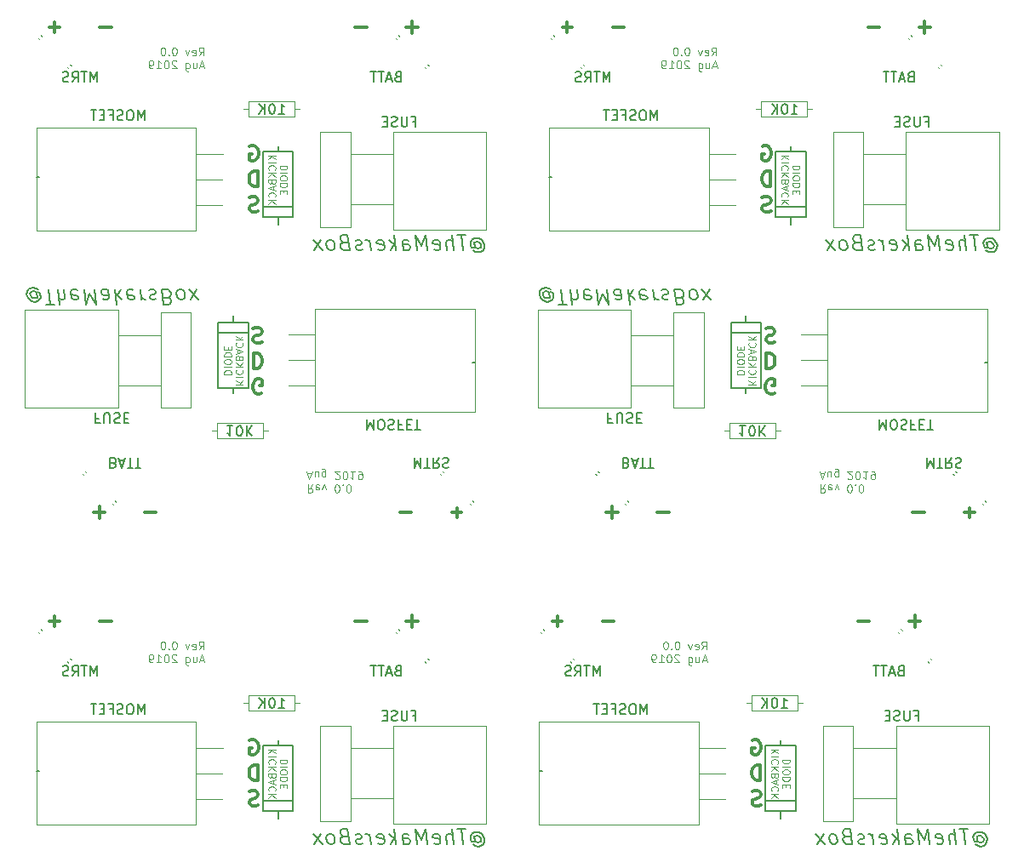
<source format=gbo>
%MOIN*%
%OFA0B0*%
%FSLAX46Y46*%
%IPPOS*%
%LPD*%
%ADD10C,0.0039370078740157488*%
%ADD11C,0.011811023622047244*%
%ADD12C,0.0078740157480314977*%
%ADD13C,0.005905511811023622*%
%ADD14C,0.0047244094488188976*%
%ADD25C,0.0039370078740157488*%
%ADD26C,0.011811023622047244*%
%ADD27C,0.0078740157480314977*%
%ADD28C,0.005905511811023622*%
%ADD29C,0.0047244094488188976*%
%ADD30C,0.0039370078740157488*%
%ADD31C,0.011811023622047244*%
%ADD32C,0.0078740157480314977*%
%ADD33C,0.005905511811023622*%
%ADD34C,0.0047244094488188976*%
%ADD35C,0.0039370078740157488*%
%ADD36C,0.011811023622047244*%
%ADD37C,0.0078740157480314977*%
%ADD38C,0.005905511811023622*%
%ADD39C,0.0047244094488188976*%
%ADD40C,0.0039370078740157488*%
%ADD41C,0.011811023622047244*%
%ADD42C,0.0078740157480314977*%
%ADD43C,0.005905511811023622*%
%ADD44C,0.0047244094488188976*%
%ADD45C,0.0039370078740157488*%
%ADD46C,0.011811023622047244*%
%ADD47C,0.0078740157480314977*%
%ADD48C,0.005905511811023622*%
%ADD49C,0.0047244094488188976*%
G01*
D10*
D11*
X0000922013Y0000442519D02*
X0000927637Y0000445331D01*
X0000936074Y0000445331D01*
X0000944510Y0000442519D01*
X0000950135Y0000436895D01*
X0000952947Y0000431271D01*
X0000955759Y0000420022D01*
X0000955759Y0000411586D01*
X0000952947Y0000400337D01*
X0000950135Y0000394713D01*
X0000944510Y0000389088D01*
X0000936074Y0000386276D01*
X0000930449Y0000386276D01*
X0000922013Y0000389088D01*
X0000919201Y0000391900D01*
X0000919201Y0000411586D01*
X0000930449Y0000411586D01*
X0000952947Y0000285883D02*
X0000952947Y0000344938D01*
X0000938886Y0000344938D01*
X0000930449Y0000342125D01*
X0000924825Y0000336501D01*
X0000922013Y0000330877D01*
X0000919201Y0000319628D01*
X0000919201Y0000311192D01*
X0000922013Y0000299943D01*
X0000924825Y0000294319D01*
X0000930449Y0000288695D01*
X0000938886Y0000285883D01*
X0000952947Y0000285883D01*
X0000954353Y0000188301D02*
X0000945916Y0000185489D01*
X0000931855Y0000185489D01*
X0000926231Y0000188301D01*
X0000923419Y0000191113D01*
X0000920607Y0000196737D01*
X0000920607Y0000202362D01*
X0000923419Y0000207986D01*
X0000926231Y0000210798D01*
X0000931855Y0000213610D01*
X0000943104Y0000216422D01*
X0000948728Y0000219235D01*
X0000951540Y0000222047D01*
X0000954353Y0000227671D01*
X0000954353Y0000233295D01*
X0000951540Y0000238920D01*
X0000948728Y0000241732D01*
X0000943104Y0000244544D01*
X0000929043Y0000244544D01*
X0000920607Y0000241732D01*
D12*
X0001801174Y0000064004D02*
X0001803634Y0000066816D01*
X0001808907Y0000069628D01*
X0001814531Y0000069628D01*
X0001820507Y0000066816D01*
X0001823671Y0000064004D01*
X0001827186Y0000058380D01*
X0001827889Y0000052755D01*
X0001825780Y0000047131D01*
X0001823319Y0000044319D01*
X0001818046Y0000041507D01*
X0001812422Y0000041507D01*
X0001806446Y0000044319D01*
X0001803283Y0000047131D01*
X0001800471Y0000069628D02*
X0001803283Y0000047131D01*
X0001800822Y0000044319D01*
X0001798010Y0000044319D01*
X0001792034Y0000047131D01*
X0001788519Y0000052755D01*
X0001786761Y0000066816D01*
X0001791331Y0000075253D01*
X0001799064Y0000080877D01*
X0001809962Y0000083689D01*
X0001821562Y0000080877D01*
X0001830701Y0000075253D01*
X0001837380Y0000066816D01*
X0001841598Y0000055568D01*
X0001840192Y0000044319D01*
X0001835622Y0000035882D01*
X0001827889Y0000030258D01*
X0001816992Y0000027446D01*
X0001805392Y0000030258D01*
X0001796252Y0000035882D01*
X0001766373Y0000094938D02*
X0001732627Y0000094938D01*
X0001756882Y0000035882D02*
X0001749500Y0000094938D01*
X0001720324Y0000035882D02*
X0001712942Y0000094938D01*
X0001695015Y0000035882D02*
X0001691148Y0000066816D01*
X0001693257Y0000072440D01*
X0001698530Y0000075253D01*
X0001706967Y0000075253D01*
X0001712942Y0000072440D01*
X0001716106Y0000069628D01*
X0001644045Y0000038695D02*
X0001650021Y0000035882D01*
X0001661269Y0000035882D01*
X0001666542Y0000038695D01*
X0001668651Y0000044319D01*
X0001665839Y0000066816D01*
X0001662324Y0000072440D01*
X0001656348Y0000075253D01*
X0001645099Y0000075253D01*
X0001639827Y0000072440D01*
X0001637717Y0000066816D01*
X0001638420Y0000061192D01*
X0001667245Y0000055568D01*
X0001616275Y0000035882D02*
X0001608893Y0000094938D01*
X0001594481Y0000052755D01*
X0001569523Y0000094938D01*
X0001576905Y0000035882D01*
X0001523474Y0000035882D02*
X0001519607Y0000066816D01*
X0001521716Y0000072440D01*
X0001526989Y0000075253D01*
X0001538238Y0000075253D01*
X0001544214Y0000072440D01*
X0001523122Y0000038695D02*
X0001529098Y0000035882D01*
X0001543159Y0000035882D01*
X0001548432Y0000038695D01*
X0001550541Y0000044319D01*
X0001549838Y0000049943D01*
X0001546323Y0000055568D01*
X0001540347Y0000058380D01*
X0001526286Y0000058380D01*
X0001520310Y0000061192D01*
X0001495352Y0000035882D02*
X0001487971Y0000094938D01*
X0001486916Y0000058380D02*
X0001472855Y0000035882D01*
X0001467934Y0000075253D02*
X0001493243Y0000052755D01*
X0001424697Y0000038695D02*
X0001430673Y0000035882D01*
X0001441922Y0000035882D01*
X0001447194Y0000038695D01*
X0001449303Y0000044319D01*
X0001446491Y0000066816D01*
X0001442976Y0000072440D01*
X0001437000Y0000075253D01*
X0001425752Y0000075253D01*
X0001420479Y0000072440D01*
X0001418370Y0000066816D01*
X0001419073Y0000061192D01*
X0001447897Y0000055568D01*
X0001396927Y0000035882D02*
X0001392006Y0000075253D01*
X0001393412Y0000064004D02*
X0001389897Y0000069628D01*
X0001386733Y0000072440D01*
X0001380757Y0000075253D01*
X0001375133Y0000075253D01*
X0001362830Y0000038695D02*
X0001357557Y0000035882D01*
X0001346309Y0000035882D01*
X0001340333Y0000038695D01*
X0001336818Y0000044319D01*
X0001336466Y0000047131D01*
X0001338575Y0000052755D01*
X0001343848Y0000055568D01*
X0001352284Y0000055568D01*
X0001357557Y0000058380D01*
X0001359666Y0000064004D01*
X0001359315Y0000066816D01*
X0001355800Y0000072440D01*
X0001349824Y0000075253D01*
X0001341387Y0000075253D01*
X0001336115Y0000072440D01*
X0001289011Y0000066816D02*
X0001280926Y0000064004D01*
X0001278465Y0000061192D01*
X0001276356Y0000055568D01*
X0001277411Y0000047131D01*
X0001280926Y0000041507D01*
X0001284090Y0000038695D01*
X0001290066Y0000035882D01*
X0001312563Y0000035882D01*
X0001305181Y0000094938D01*
X0001285496Y0000094938D01*
X0001280223Y0000092125D01*
X0001277762Y0000089313D01*
X0001275653Y0000083689D01*
X0001276356Y0000078065D01*
X0001279872Y0000072440D01*
X0001283035Y0000069628D01*
X0001289011Y0000066816D01*
X0001308696Y0000066816D01*
X0001245071Y0000035882D02*
X0001250344Y0000038695D01*
X0001252805Y0000041507D01*
X0001254914Y0000047131D01*
X0001252805Y0000064004D01*
X0001249289Y0000069628D01*
X0001246126Y0000072440D01*
X0001240150Y0000075253D01*
X0001231714Y0000075253D01*
X0001226441Y0000072440D01*
X0001223980Y0000069628D01*
X0001221871Y0000064004D01*
X0001223980Y0000047131D01*
X0001227495Y0000041507D01*
X0001230659Y0000038695D01*
X0001236635Y0000035882D01*
X0001245071Y0000035882D01*
X0001205701Y0000035882D02*
X0001169846Y0000075253D01*
X0001200780Y0000075253D02*
X0001174767Y0000035882D01*
D10*
X0001022309Y0000407086D02*
X0000994750Y0000407086D01*
X0001022309Y0000391338D02*
X0001006561Y0000403149D01*
X0000994750Y0000391338D02*
X0001010498Y0000407086D01*
X0001022309Y0000379527D02*
X0000994750Y0000379527D01*
X0001019685Y0000350656D02*
X0001020997Y0000351968D01*
X0001022309Y0000355905D01*
X0001022309Y0000358530D01*
X0001020997Y0000362467D01*
X0001018372Y0000365091D01*
X0001015748Y0000366404D01*
X0001010498Y0000367716D01*
X0001006561Y0000367716D01*
X0001001312Y0000366404D01*
X0000998687Y0000365091D01*
X0000996062Y0000362467D01*
X0000994750Y0000358530D01*
X0000994750Y0000355905D01*
X0000996062Y0000351968D01*
X0000997375Y0000350656D01*
X0001022309Y0000338845D02*
X0000994750Y0000338845D01*
X0001022309Y0000323097D02*
X0001006561Y0000334908D01*
X0000994750Y0000323097D02*
X0001010498Y0000338845D01*
X0001007873Y0000302099D02*
X0001009186Y0000298162D01*
X0001010498Y0000296850D01*
X0001013123Y0000295537D01*
X0001017060Y0000295537D01*
X0001019685Y0000296850D01*
X0001020997Y0000298162D01*
X0001022309Y0000300787D01*
X0001022309Y0000311286D01*
X0000994750Y0000311286D01*
X0000994750Y0000302099D01*
X0000996062Y0000299475D01*
X0000997375Y0000298162D01*
X0001000000Y0000296850D01*
X0001002624Y0000296850D01*
X0001005249Y0000298162D01*
X0001006561Y0000299475D01*
X0001007873Y0000302099D01*
X0001007873Y0000311286D01*
X0001014435Y0000285039D02*
X0001014435Y0000271915D01*
X0001022309Y0000287664D02*
X0000994750Y0000278477D01*
X0001022309Y0000269291D01*
X0001019685Y0000244356D02*
X0001020997Y0000245669D01*
X0001022309Y0000249606D01*
X0001022309Y0000252230D01*
X0001020997Y0000256167D01*
X0001018372Y0000258792D01*
X0001015748Y0000260104D01*
X0001010498Y0000261417D01*
X0001006561Y0000261417D01*
X0001001312Y0000260104D01*
X0000998687Y0000258792D01*
X0000996062Y0000256167D01*
X0000994750Y0000252230D01*
X0000994750Y0000249606D01*
X0000996062Y0000245669D01*
X0000997375Y0000244356D01*
X0001022309Y0000232545D02*
X0000994750Y0000232545D01*
X0001022309Y0000216797D02*
X0001006561Y0000228608D01*
X0000994750Y0000216797D02*
X0001010498Y0000232545D01*
X0001067585Y0000367060D02*
X0001040026Y0000367060D01*
X0001040026Y0000360498D01*
X0001041338Y0000356561D01*
X0001043963Y0000353936D01*
X0001046587Y0000352624D01*
X0001051837Y0000351312D01*
X0001055774Y0000351312D01*
X0001061023Y0000352624D01*
X0001063648Y0000353936D01*
X0001066272Y0000356561D01*
X0001067585Y0000360498D01*
X0001067585Y0000367060D01*
X0001067585Y0000339501D02*
X0001040026Y0000339501D01*
X0001040026Y0000321128D02*
X0001040026Y0000315879D01*
X0001041338Y0000313254D01*
X0001043963Y0000310629D01*
X0001049212Y0000309317D01*
X0001058398Y0000309317D01*
X0001063648Y0000310629D01*
X0001066272Y0000313254D01*
X0001067585Y0000315879D01*
X0001067585Y0000321128D01*
X0001066272Y0000323753D01*
X0001063648Y0000326377D01*
X0001058398Y0000327690D01*
X0001049212Y0000327690D01*
X0001043963Y0000326377D01*
X0001041338Y0000323753D01*
X0001040026Y0000321128D01*
X0001067585Y0000297506D02*
X0001040026Y0000297506D01*
X0001040026Y0000290944D01*
X0001041338Y0000287007D01*
X0001043963Y0000284383D01*
X0001046587Y0000283070D01*
X0001051837Y0000281758D01*
X0001055774Y0000281758D01*
X0001061023Y0000283070D01*
X0001063648Y0000284383D01*
X0001066272Y0000287007D01*
X0001067585Y0000290944D01*
X0001067585Y0000297506D01*
X0001053149Y0000269947D02*
X0001053149Y0000260761D01*
X0001067585Y0000256824D02*
X0001067585Y0000269947D01*
X0001040026Y0000269947D01*
X0001040026Y0000256824D01*
D13*
X0000097086Y0000321338D02*
X0000087086Y0000321338D01*
D11*
X0000379977Y0000908380D02*
X0000334983Y0000908380D01*
X0000176227Y0000909083D02*
X0000138732Y0000909083D01*
X0000157480Y0000890335D02*
X0000157480Y0000927830D01*
X0001379977Y0000908380D02*
X0001334983Y0000908380D01*
X0001579977Y0000908380D02*
X0001534983Y0000908380D01*
X0001557480Y0000885883D02*
X0001557480Y0000930877D01*
D10*
X0000722534Y0000798743D02*
X0000733033Y0000813742D01*
X0000740532Y0000798743D02*
X0000740532Y0000830239D01*
X0000728533Y0000830239D01*
X0000725534Y0000828740D01*
X0000724034Y0000827240D01*
X0000722534Y0000824240D01*
X0000722534Y0000819741D01*
X0000724034Y0000816741D01*
X0000725534Y0000815241D01*
X0000728533Y0000813742D01*
X0000740532Y0000813742D01*
X0000697037Y0000800243D02*
X0000700037Y0000798743D01*
X0000706036Y0000798743D01*
X0000709036Y0000800243D01*
X0000710536Y0000803243D01*
X0000710536Y0000815241D01*
X0000709036Y0000818241D01*
X0000706036Y0000819741D01*
X0000700037Y0000819741D01*
X0000697037Y0000818241D01*
X0000695538Y0000815241D01*
X0000695538Y0000812242D01*
X0000710536Y0000809242D01*
X0000685039Y0000819741D02*
X0000677540Y0000798743D01*
X0000670041Y0000819741D01*
X0000628046Y0000830239D02*
X0000625046Y0000830239D01*
X0000622047Y0000828740D01*
X0000620547Y0000827240D01*
X0000619047Y0000824240D01*
X0000617547Y0000818241D01*
X0000617547Y0000810742D01*
X0000619047Y0000804743D01*
X0000620547Y0000801743D01*
X0000622047Y0000800243D01*
X0000625046Y0000798743D01*
X0000628046Y0000798743D01*
X0000631046Y0000800243D01*
X0000632545Y0000801743D01*
X0000634045Y0000804743D01*
X0000635545Y0000810742D01*
X0000635545Y0000818241D01*
X0000634045Y0000824240D01*
X0000632545Y0000827240D01*
X0000631046Y0000828740D01*
X0000628046Y0000830239D01*
X0000604049Y0000801743D02*
X0000602549Y0000800243D01*
X0000604049Y0000798743D01*
X0000605549Y0000800243D01*
X0000604049Y0000801743D01*
X0000604049Y0000798743D01*
X0000583052Y0000830239D02*
X0000580052Y0000830239D01*
X0000577052Y0000828740D01*
X0000575553Y0000827240D01*
X0000574053Y0000824240D01*
X0000572553Y0000818241D01*
X0000572553Y0000810742D01*
X0000574053Y0000804743D01*
X0000575553Y0000801743D01*
X0000577052Y0000800243D01*
X0000580052Y0000798743D01*
X0000583052Y0000798743D01*
X0000586051Y0000800243D01*
X0000587551Y0000801743D01*
X0000589051Y0000804743D01*
X0000590551Y0000810742D01*
X0000590551Y0000818241D01*
X0000589051Y0000824240D01*
X0000587551Y0000827240D01*
X0000586051Y0000828740D01*
X0000583052Y0000830239D01*
X0000742032Y0000756561D02*
X0000727034Y0000756561D01*
X0000745031Y0000747562D02*
X0000734533Y0000779058D01*
X0000724034Y0000747562D01*
X0000700037Y0000768560D02*
X0000700037Y0000747562D01*
X0000713535Y0000768560D02*
X0000713535Y0000752062D01*
X0000712035Y0000749062D01*
X0000709036Y0000747562D01*
X0000704536Y0000747562D01*
X0000701537Y0000749062D01*
X0000700037Y0000750562D01*
X0000671541Y0000768560D02*
X0000671541Y0000743063D01*
X0000673040Y0000740063D01*
X0000674540Y0000738563D01*
X0000677540Y0000737064D01*
X0000682039Y0000737064D01*
X0000685039Y0000738563D01*
X0000671541Y0000749062D02*
X0000674540Y0000747562D01*
X0000680539Y0000747562D01*
X0000683539Y0000749062D01*
X0000685039Y0000750562D01*
X0000686539Y0000753562D01*
X0000686539Y0000762560D01*
X0000685039Y0000765560D01*
X0000683539Y0000767060D01*
X0000680539Y0000768560D01*
X0000674540Y0000768560D01*
X0000671541Y0000767060D01*
X0000634045Y0000776059D02*
X0000632545Y0000777559D01*
X0000629546Y0000779058D01*
X0000622047Y0000779058D01*
X0000619047Y0000777559D01*
X0000617547Y0000776059D01*
X0000616047Y0000773059D01*
X0000616047Y0000770059D01*
X0000617547Y0000765560D01*
X0000635545Y0000747562D01*
X0000616047Y0000747562D01*
X0000596550Y0000779058D02*
X0000593550Y0000779058D01*
X0000590551Y0000777559D01*
X0000589051Y0000776059D01*
X0000587551Y0000773059D01*
X0000586051Y0000767060D01*
X0000586051Y0000759561D01*
X0000587551Y0000753562D01*
X0000589051Y0000750562D01*
X0000590551Y0000749062D01*
X0000593550Y0000747562D01*
X0000596550Y0000747562D01*
X0000599549Y0000749062D01*
X0000601049Y0000750562D01*
X0000602549Y0000753562D01*
X0000604049Y0000759561D01*
X0000604049Y0000767060D01*
X0000602549Y0000773059D01*
X0000601049Y0000776059D01*
X0000599549Y0000777559D01*
X0000596550Y0000779058D01*
X0000556055Y0000747562D02*
X0000574053Y0000747562D01*
X0000565054Y0000747562D02*
X0000565054Y0000779058D01*
X0000568053Y0000774559D01*
X0000571053Y0000771559D01*
X0000574053Y0000770059D01*
X0000541057Y0000747562D02*
X0000535058Y0000747562D01*
X0000532058Y0000749062D01*
X0000530558Y0000750562D01*
X0000527558Y0000755061D01*
X0000526059Y0000761061D01*
X0000526059Y0000773059D01*
X0000527558Y0000776059D01*
X0000529058Y0000777559D01*
X0000532058Y0000779058D01*
X0000538057Y0000779058D01*
X0000541057Y0000777559D01*
X0000542557Y0000776059D01*
X0000544056Y0000773059D01*
X0000544056Y0000765560D01*
X0000542557Y0000762560D01*
X0000541057Y0000761061D01*
X0000538057Y0000759561D01*
X0000532058Y0000759561D01*
X0000529058Y0000761061D01*
X0000527558Y0000762560D01*
X0000526059Y0000765560D01*
X0001316535Y0000411023D02*
X0001483858Y0000411023D01*
X0001316535Y0000214173D02*
X0001483858Y0000214173D01*
D14*
X0001483858Y0000115747D02*
X0001483858Y0000499606D01*
X0001483858Y0000499606D02*
X0001848031Y0000499606D01*
X0001848031Y0000499606D02*
X0001848031Y0000115747D01*
X0001848031Y0000115747D02*
X0001483858Y0000115747D01*
X0001198425Y0000125590D02*
X0001198425Y0000499606D01*
X0001316535Y0000499606D02*
X0001316535Y0000125590D01*
X0001198425Y0000125590D02*
X0001316535Y0000125590D01*
X0001316535Y0000499606D02*
X0001198425Y0000499606D01*
X0000712204Y0000514173D02*
X0000712204Y0000111023D01*
X0000086614Y0000514173D02*
X0000086614Y0000111023D01*
X0000086614Y0000514173D02*
X0000712204Y0000514173D01*
X0000086614Y0000111023D02*
X0000712204Y0000111023D01*
X0000712204Y0000412598D02*
X0000816141Y0000412598D01*
X0000712204Y0000312598D02*
X0000815511Y0000312598D01*
X0000712204Y0000212598D02*
X0000815511Y0000212598D01*
X0000222598Y0000757952D02*
X0000218385Y0000762165D01*
X0000107007Y0000873503D02*
X0000102834Y0000877716D01*
X0000212125Y0000747480D02*
X0000207913Y0000751692D01*
X0000096535Y0000863031D02*
X0000092362Y0000867244D01*
D12*
X0001032480Y0000166338D02*
X0001032480Y0000136810D01*
X0001032480Y0000422244D02*
X0001032480Y0000441929D01*
X0001091535Y0000205708D02*
X0000973425Y0000205708D01*
X0001091535Y0000166338D02*
X0000973425Y0000166338D01*
X0000973425Y0000166338D02*
X0000973425Y0000422244D01*
X0000973425Y0000422244D02*
X0001091535Y0000422244D01*
X0001091535Y0000422244D02*
X0001091535Y0000166338D01*
D10*
X0000917480Y0000587598D02*
X0000897480Y0000587598D01*
X0001097480Y0000587598D02*
X0001117480Y0000587598D01*
X0001097480Y0000617598D02*
X0000917480Y0000617598D01*
X0000917480Y0000617598D02*
X0000917480Y0000557598D01*
X0000917480Y0000557598D02*
X0001097480Y0000557598D01*
X0001097480Y0000557598D02*
X0001097480Y0000617598D01*
D14*
X0001492362Y0000867244D02*
X0001496574Y0000863031D01*
X0001607952Y0000751692D02*
X0001612125Y0000747480D01*
X0001502834Y0000877716D02*
X0001507047Y0000873503D01*
X0001618425Y0000762165D02*
X0001622598Y0000757952D01*
D13*
X0001559036Y0000540410D02*
X0001572159Y0000540410D01*
X0001572159Y0000519788D02*
X0001572159Y0000559158D01*
X0001553412Y0000559158D01*
X0001538413Y0000559158D02*
X0001538413Y0000527287D01*
X0001536539Y0000523537D01*
X0001534664Y0000521662D01*
X0001530914Y0000519788D01*
X0001523415Y0000519788D01*
X0001519666Y0000521662D01*
X0001517791Y0000523537D01*
X0001515916Y0000527287D01*
X0001515916Y0000559158D01*
X0001499043Y0000521662D02*
X0001493419Y0000519788D01*
X0001484045Y0000519788D01*
X0001480296Y0000521662D01*
X0001478421Y0000523537D01*
X0001476546Y0000527287D01*
X0001476546Y0000531036D01*
X0001478421Y0000534786D01*
X0001480296Y0000536661D01*
X0001484045Y0000538535D01*
X0001491544Y0000540410D01*
X0001495294Y0000542285D01*
X0001497169Y0000544160D01*
X0001499043Y0000547909D01*
X0001499043Y0000551659D01*
X0001497169Y0000555408D01*
X0001495294Y0000557283D01*
X0001491544Y0000559158D01*
X0001482170Y0000559158D01*
X0001476546Y0000557283D01*
X0001459673Y0000540410D02*
X0001446550Y0000540410D01*
X0001440926Y0000519788D02*
X0001459673Y0000519788D01*
X0001459673Y0000559158D01*
X0001440926Y0000559158D01*
X0000509655Y0000544788D02*
X0000509655Y0000584158D01*
X0000496531Y0000556036D01*
X0000483408Y0000584158D01*
X0000483408Y0000544788D01*
X0000457161Y0000584158D02*
X0000449662Y0000584158D01*
X0000445912Y0000582283D01*
X0000442163Y0000578533D01*
X0000440288Y0000571034D01*
X0000440288Y0000557911D01*
X0000442163Y0000550412D01*
X0000445912Y0000546662D01*
X0000449662Y0000544788D01*
X0000457161Y0000544788D01*
X0000460911Y0000546662D01*
X0000464660Y0000550412D01*
X0000466535Y0000557911D01*
X0000466535Y0000571034D01*
X0000464660Y0000578533D01*
X0000460911Y0000582283D01*
X0000457161Y0000584158D01*
X0000425290Y0000546662D02*
X0000419666Y0000544788D01*
X0000410292Y0000544788D01*
X0000406542Y0000546662D01*
X0000404668Y0000548537D01*
X0000402793Y0000552287D01*
X0000402793Y0000556036D01*
X0000404668Y0000559786D01*
X0000406542Y0000561660D01*
X0000410292Y0000563535D01*
X0000417791Y0000565410D01*
X0000421541Y0000567285D01*
X0000423415Y0000569160D01*
X0000425290Y0000572909D01*
X0000425290Y0000576659D01*
X0000423415Y0000580408D01*
X0000421541Y0000582283D01*
X0000417791Y0000584158D01*
X0000408417Y0000584158D01*
X0000402793Y0000582283D01*
X0000372797Y0000565410D02*
X0000385920Y0000565410D01*
X0000385920Y0000544788D02*
X0000385920Y0000584158D01*
X0000367172Y0000584158D01*
X0000352174Y0000565410D02*
X0000339051Y0000565410D01*
X0000333427Y0000544788D02*
X0000352174Y0000544788D01*
X0000352174Y0000584158D01*
X0000333427Y0000584158D01*
X0000322178Y0000584158D02*
X0000299681Y0000584158D01*
X0000310929Y0000544788D02*
X0000310929Y0000584158D01*
X0000324034Y0000694788D02*
X0000324034Y0000734158D01*
X0000310911Y0000706036D01*
X0000297787Y0000734158D01*
X0000297787Y0000694788D01*
X0000284664Y0000734158D02*
X0000262167Y0000734158D01*
X0000273415Y0000694788D02*
X0000273415Y0000734158D01*
X0000226546Y0000694788D02*
X0000239670Y0000713535D01*
X0000249043Y0000694788D02*
X0000249043Y0000734158D01*
X0000234045Y0000734158D01*
X0000230296Y0000732283D01*
X0000228421Y0000730408D01*
X0000226546Y0000726659D01*
X0000226546Y0000721034D01*
X0000228421Y0000717285D01*
X0000230296Y0000715410D01*
X0000234045Y0000713535D01*
X0000249043Y0000713535D01*
X0000211548Y0000696662D02*
X0000205924Y0000694788D01*
X0000196550Y0000694788D01*
X0000192800Y0000696662D01*
X0000190926Y0000698537D01*
X0000189051Y0000702287D01*
X0000189051Y0000706036D01*
X0000190926Y0000709786D01*
X0000192800Y0000711660D01*
X0000196550Y0000713535D01*
X0000204049Y0000715410D01*
X0000207799Y0000717285D01*
X0000209673Y0000719160D01*
X0000211548Y0000722909D01*
X0000211548Y0000726659D01*
X0000209673Y0000730408D01*
X0000207799Y0000732283D01*
X0000204049Y0000734158D01*
X0000194675Y0000734158D01*
X0000189051Y0000732283D01*
X0001034664Y0000569788D02*
X0001057161Y0000569788D01*
X0001045913Y0000569788D02*
X0001045913Y0000609158D01*
X0001049662Y0000603533D01*
X0001053412Y0000599784D01*
X0001057161Y0000597909D01*
X0001010292Y0000609158D02*
X0001006542Y0000609158D01*
X0001002793Y0000607283D01*
X0001000918Y0000605408D01*
X0000999043Y0000601659D01*
X0000997169Y0000594160D01*
X0000997169Y0000584786D01*
X0000999043Y0000577287D01*
X0001000918Y0000573537D01*
X0001002793Y0000571662D01*
X0001006542Y0000569788D01*
X0001010292Y0000569788D01*
X0001014041Y0000571662D01*
X0001015916Y0000573537D01*
X0001017791Y0000577287D01*
X0001019666Y0000584786D01*
X0001019666Y0000594160D01*
X0001017791Y0000601659D01*
X0001015916Y0000605408D01*
X0001014041Y0000607283D01*
X0001010292Y0000609158D01*
X0000980296Y0000569788D02*
X0000980296Y0000609158D01*
X0000957798Y0000569788D02*
X0000974671Y0000592285D01*
X0000957798Y0000609158D02*
X0000980296Y0000586661D01*
X0001501537Y0000715410D02*
X0001495912Y0000713535D01*
X0001494038Y0000711660D01*
X0001492163Y0000707911D01*
X0001492163Y0000702287D01*
X0001494038Y0000698537D01*
X0001495912Y0000696662D01*
X0001499662Y0000694788D01*
X0001514660Y0000694788D01*
X0001514660Y0000734158D01*
X0001501537Y0000734158D01*
X0001497787Y0000732283D01*
X0001495912Y0000730408D01*
X0001494038Y0000726659D01*
X0001494038Y0000722909D01*
X0001495912Y0000719160D01*
X0001497787Y0000717285D01*
X0001501537Y0000715410D01*
X0001514660Y0000715410D01*
X0001477165Y0000706036D02*
X0001458417Y0000706036D01*
X0001480914Y0000694788D02*
X0001467791Y0000734158D01*
X0001454668Y0000694788D01*
X0001447169Y0000734158D02*
X0001424671Y0000734158D01*
X0001435920Y0000694788D02*
X0001435920Y0000734158D01*
X0001417172Y0000734158D02*
X0001394675Y0000734158D01*
X0001405924Y0000694788D02*
X0001405924Y0000734158D01*
G04 next file*
G04 #@! TF.FileFunction,Legend,Bot*
G04 Gerber Fmt 4.6, Leading zero omitted, Abs format (unit mm)*
G04 Created by KiCad (PCBNEW 4.0.7) date 08/24/19 09:27:58*
G01*
G04 APERTURE LIST*
G04 APERTURE END LIST*
D25*
D26*
X0002890517Y0000442519D02*
X0002896141Y0000445331D01*
X0002904578Y0000445331D01*
X0002913014Y0000442519D01*
X0002918638Y0000436895D01*
X0002921451Y0000431271D01*
X0002924263Y0000420022D01*
X0002924263Y0000411586D01*
X0002921451Y0000400337D01*
X0002918638Y0000394713D01*
X0002913014Y0000389088D01*
X0002904578Y0000386276D01*
X0002898953Y0000386276D01*
X0002890517Y0000389088D01*
X0002887705Y0000391900D01*
X0002887705Y0000411586D01*
X0002898953Y0000411586D01*
X0002921451Y0000285883D02*
X0002921451Y0000344938D01*
X0002907390Y0000344938D01*
X0002898953Y0000342125D01*
X0002893329Y0000336501D01*
X0002890517Y0000330877D01*
X0002887705Y0000319628D01*
X0002887705Y0000311192D01*
X0002890517Y0000299943D01*
X0002893329Y0000294319D01*
X0002898953Y0000288695D01*
X0002907390Y0000285883D01*
X0002921451Y0000285883D01*
X0002922857Y0000188301D02*
X0002914420Y0000185489D01*
X0002900359Y0000185489D01*
X0002894735Y0000188301D01*
X0002891923Y0000191113D01*
X0002889111Y0000196737D01*
X0002889111Y0000202362D01*
X0002891923Y0000207986D01*
X0002894735Y0000210798D01*
X0002900359Y0000213610D01*
X0002911608Y0000216422D01*
X0002917232Y0000219235D01*
X0002920044Y0000222047D01*
X0002922857Y0000227671D01*
X0002922857Y0000233295D01*
X0002920044Y0000238920D01*
X0002917232Y0000241732D01*
X0002911608Y0000244544D01*
X0002897547Y0000244544D01*
X0002889111Y0000241732D01*
D27*
X0003769678Y0000064004D02*
X0003772138Y0000066816D01*
X0003777411Y0000069628D01*
X0003783035Y0000069628D01*
X0003789011Y0000066816D01*
X0003792175Y0000064004D01*
X0003795690Y0000058380D01*
X0003796393Y0000052755D01*
X0003794284Y0000047131D01*
X0003791823Y0000044319D01*
X0003786550Y0000041507D01*
X0003780926Y0000041507D01*
X0003774950Y0000044319D01*
X0003771787Y0000047131D01*
X0003768975Y0000069628D02*
X0003771787Y0000047131D01*
X0003769326Y0000044319D01*
X0003766514Y0000044319D01*
X0003760538Y0000047131D01*
X0003757023Y0000052755D01*
X0003755265Y0000066816D01*
X0003759835Y0000075253D01*
X0003767568Y0000080877D01*
X0003778465Y0000083689D01*
X0003790066Y0000080877D01*
X0003799205Y0000075253D01*
X0003805884Y0000066816D01*
X0003810102Y0000055568D01*
X0003808696Y0000044319D01*
X0003804126Y0000035882D01*
X0003796393Y0000030258D01*
X0003785496Y0000027446D01*
X0003773896Y0000030258D01*
X0003764756Y0000035882D01*
X0003734877Y0000094938D02*
X0003701131Y0000094938D01*
X0003725386Y0000035882D02*
X0003718004Y0000094938D01*
X0003688828Y0000035882D02*
X0003681446Y0000094938D01*
X0003663519Y0000035882D02*
X0003659652Y0000066816D01*
X0003661761Y0000072440D01*
X0003667034Y0000075253D01*
X0003675471Y0000075253D01*
X0003681446Y0000072440D01*
X0003684610Y0000069628D01*
X0003612549Y0000038695D02*
X0003618525Y0000035882D01*
X0003629773Y0000035882D01*
X0003635046Y0000038695D01*
X0003637155Y0000044319D01*
X0003634343Y0000066816D01*
X0003630828Y0000072440D01*
X0003624852Y0000075253D01*
X0003613603Y0000075253D01*
X0003608331Y0000072440D01*
X0003606221Y0000066816D01*
X0003606924Y0000061192D01*
X0003635749Y0000055568D01*
X0003584779Y0000035882D02*
X0003577397Y0000094938D01*
X0003562985Y0000052755D01*
X0003538027Y0000094938D01*
X0003545409Y0000035882D01*
X0003491978Y0000035882D02*
X0003488111Y0000066816D01*
X0003490220Y0000072440D01*
X0003495493Y0000075253D01*
X0003506742Y0000075253D01*
X0003512717Y0000072440D01*
X0003491626Y0000038695D02*
X0003497602Y0000035882D01*
X0003511663Y0000035882D01*
X0003516936Y0000038695D01*
X0003519045Y0000044319D01*
X0003518342Y0000049943D01*
X0003514827Y0000055568D01*
X0003508851Y0000058380D01*
X0003494790Y0000058380D01*
X0003488814Y0000061192D01*
X0003463856Y0000035882D02*
X0003456474Y0000094938D01*
X0003455420Y0000058380D02*
X0003441359Y0000035882D01*
X0003436438Y0000075253D02*
X0003461747Y0000052755D01*
X0003393201Y0000038695D02*
X0003399177Y0000035882D01*
X0003410426Y0000035882D01*
X0003415698Y0000038695D01*
X0003417807Y0000044319D01*
X0003414995Y0000066816D01*
X0003411480Y0000072440D01*
X0003405504Y0000075253D01*
X0003394256Y0000075253D01*
X0003388983Y0000072440D01*
X0003386874Y0000066816D01*
X0003387577Y0000061192D01*
X0003416401Y0000055568D01*
X0003365431Y0000035882D02*
X0003360510Y0000075253D01*
X0003361916Y0000064004D02*
X0003358401Y0000069628D01*
X0003355237Y0000072440D01*
X0003349261Y0000075253D01*
X0003343637Y0000075253D01*
X0003331334Y0000038695D02*
X0003326061Y0000035882D01*
X0003314812Y0000035882D01*
X0003308837Y0000038695D01*
X0003305322Y0000044319D01*
X0003304970Y0000047131D01*
X0003307079Y0000052755D01*
X0003312352Y0000055568D01*
X0003320788Y0000055568D01*
X0003326061Y0000058380D01*
X0003328170Y0000064004D01*
X0003327819Y0000066816D01*
X0003324304Y0000072440D01*
X0003318328Y0000075253D01*
X0003309891Y0000075253D01*
X0003304618Y0000072440D01*
X0003257515Y0000066816D02*
X0003249430Y0000064004D01*
X0003246969Y0000061192D01*
X0003244860Y0000055568D01*
X0003245915Y0000047131D01*
X0003249430Y0000041507D01*
X0003252594Y0000038695D01*
X0003258570Y0000035882D01*
X0003281067Y0000035882D01*
X0003273685Y0000094938D01*
X0003254000Y0000094938D01*
X0003248727Y0000092125D01*
X0003246266Y0000089313D01*
X0003244157Y0000083689D01*
X0003244860Y0000078065D01*
X0003248375Y0000072440D01*
X0003251539Y0000069628D01*
X0003257515Y0000066816D01*
X0003277200Y0000066816D01*
X0003213575Y0000035882D02*
X0003218848Y0000038695D01*
X0003221309Y0000041507D01*
X0003223418Y0000047131D01*
X0003221309Y0000064004D01*
X0003217793Y0000069628D01*
X0003214630Y0000072440D01*
X0003208654Y0000075253D01*
X0003200217Y0000075253D01*
X0003194945Y0000072440D01*
X0003192484Y0000069628D01*
X0003190375Y0000064004D01*
X0003192484Y0000047131D01*
X0003195999Y0000041507D01*
X0003199163Y0000038695D01*
X0003205139Y0000035882D01*
X0003213575Y0000035882D01*
X0003174205Y0000035882D02*
X0003138350Y0000075253D01*
X0003169284Y0000075253D02*
X0003143271Y0000035882D01*
D25*
X0002990813Y0000407086D02*
X0002963254Y0000407086D01*
X0002990813Y0000391338D02*
X0002975065Y0000403149D01*
X0002963254Y0000391338D02*
X0002979002Y0000407086D01*
X0002990813Y0000379527D02*
X0002963254Y0000379527D01*
X0002988188Y0000350656D02*
X0002989501Y0000351968D01*
X0002990813Y0000355905D01*
X0002990813Y0000358530D01*
X0002989501Y0000362467D01*
X0002986876Y0000365091D01*
X0002984251Y0000366404D01*
X0002979002Y0000367716D01*
X0002975065Y0000367716D01*
X0002969816Y0000366404D01*
X0002967191Y0000365091D01*
X0002964566Y0000362467D01*
X0002963254Y0000358530D01*
X0002963254Y0000355905D01*
X0002964566Y0000351968D01*
X0002965879Y0000350656D01*
X0002990813Y0000338845D02*
X0002963254Y0000338845D01*
X0002990813Y0000323097D02*
X0002975065Y0000334908D01*
X0002963254Y0000323097D02*
X0002979002Y0000338845D01*
X0002976377Y0000302099D02*
X0002977690Y0000298162D01*
X0002979002Y0000296850D01*
X0002981627Y0000295537D01*
X0002985564Y0000295537D01*
X0002988188Y0000296850D01*
X0002989501Y0000298162D01*
X0002990813Y0000300787D01*
X0002990813Y0000311286D01*
X0002963254Y0000311286D01*
X0002963254Y0000302099D01*
X0002964566Y0000299475D01*
X0002965879Y0000298162D01*
X0002968503Y0000296850D01*
X0002971128Y0000296850D01*
X0002973753Y0000298162D01*
X0002975065Y0000299475D01*
X0002976377Y0000302099D01*
X0002976377Y0000311286D01*
X0002982939Y0000285039D02*
X0002982939Y0000271915D01*
X0002990813Y0000287664D02*
X0002963254Y0000278477D01*
X0002990813Y0000269291D01*
X0002988188Y0000244356D02*
X0002989501Y0000245669D01*
X0002990813Y0000249606D01*
X0002990813Y0000252230D01*
X0002989501Y0000256167D01*
X0002986876Y0000258792D01*
X0002984251Y0000260104D01*
X0002979002Y0000261417D01*
X0002975065Y0000261417D01*
X0002969816Y0000260104D01*
X0002967191Y0000258792D01*
X0002964566Y0000256167D01*
X0002963254Y0000252230D01*
X0002963254Y0000249606D01*
X0002964566Y0000245669D01*
X0002965879Y0000244356D01*
X0002990813Y0000232545D02*
X0002963254Y0000232545D01*
X0002990813Y0000216797D02*
X0002975065Y0000228608D01*
X0002963254Y0000216797D02*
X0002979002Y0000232545D01*
X0003036089Y0000367060D02*
X0003008530Y0000367060D01*
X0003008530Y0000360498D01*
X0003009842Y0000356561D01*
X0003012467Y0000353936D01*
X0003015091Y0000352624D01*
X0003020341Y0000351312D01*
X0003024278Y0000351312D01*
X0003029527Y0000352624D01*
X0003032152Y0000353936D01*
X0003034776Y0000356561D01*
X0003036089Y0000360498D01*
X0003036089Y0000367060D01*
X0003036089Y0000339501D02*
X0003008530Y0000339501D01*
X0003008530Y0000321128D02*
X0003008530Y0000315879D01*
X0003009842Y0000313254D01*
X0003012467Y0000310629D01*
X0003017716Y0000309317D01*
X0003026902Y0000309317D01*
X0003032152Y0000310629D01*
X0003034776Y0000313254D01*
X0003036089Y0000315879D01*
X0003036089Y0000321128D01*
X0003034776Y0000323753D01*
X0003032152Y0000326377D01*
X0003026902Y0000327690D01*
X0003017716Y0000327690D01*
X0003012467Y0000326377D01*
X0003009842Y0000323753D01*
X0003008530Y0000321128D01*
X0003036089Y0000297506D02*
X0003008530Y0000297506D01*
X0003008530Y0000290944D01*
X0003009842Y0000287007D01*
X0003012467Y0000284383D01*
X0003015091Y0000283070D01*
X0003020341Y0000281758D01*
X0003024278Y0000281758D01*
X0003029527Y0000283070D01*
X0003032152Y0000284383D01*
X0003034776Y0000287007D01*
X0003036089Y0000290944D01*
X0003036089Y0000297506D01*
X0003021653Y0000269947D02*
X0003021653Y0000260761D01*
X0003036089Y0000256824D02*
X0003036089Y0000269947D01*
X0003008530Y0000269947D01*
X0003008530Y0000256824D01*
D28*
X0002065590Y0000321338D02*
X0002055590Y0000321338D01*
D26*
X0002348481Y0000908380D02*
X0002303487Y0000908380D01*
X0002144731Y0000909083D02*
X0002107236Y0000909083D01*
X0002125984Y0000890335D02*
X0002125984Y0000927830D01*
X0003348481Y0000908380D02*
X0003303487Y0000908380D01*
X0003548481Y0000908380D02*
X0003503487Y0000908380D01*
X0003525984Y0000885883D02*
X0003525984Y0000930877D01*
D25*
X0002691038Y0000798743D02*
X0002701537Y0000813742D01*
X0002709036Y0000798743D02*
X0002709036Y0000830239D01*
X0002697037Y0000830239D01*
X0002694038Y0000828740D01*
X0002692538Y0000827240D01*
X0002691038Y0000824240D01*
X0002691038Y0000819741D01*
X0002692538Y0000816741D01*
X0002694038Y0000815241D01*
X0002697037Y0000813742D01*
X0002709036Y0000813742D01*
X0002665541Y0000800243D02*
X0002668541Y0000798743D01*
X0002674540Y0000798743D01*
X0002677540Y0000800243D01*
X0002679040Y0000803243D01*
X0002679040Y0000815241D01*
X0002677540Y0000818241D01*
X0002674540Y0000819741D01*
X0002668541Y0000819741D01*
X0002665541Y0000818241D01*
X0002664041Y0000815241D01*
X0002664041Y0000812242D01*
X0002679040Y0000809242D01*
X0002653543Y0000819741D02*
X0002646044Y0000798743D01*
X0002638545Y0000819741D01*
X0002596550Y0000830239D02*
X0002593550Y0000830239D01*
X0002590551Y0000828740D01*
X0002589051Y0000827240D01*
X0002587551Y0000824240D01*
X0002586051Y0000818241D01*
X0002586051Y0000810742D01*
X0002587551Y0000804743D01*
X0002589051Y0000801743D01*
X0002590551Y0000800243D01*
X0002593550Y0000798743D01*
X0002596550Y0000798743D01*
X0002599550Y0000800243D01*
X0002601049Y0000801743D01*
X0002602549Y0000804743D01*
X0002604049Y0000810742D01*
X0002604049Y0000818241D01*
X0002602549Y0000824240D01*
X0002601049Y0000827240D01*
X0002599550Y0000828740D01*
X0002596550Y0000830239D01*
X0002572553Y0000801743D02*
X0002571053Y0000800243D01*
X0002572553Y0000798743D01*
X0002574053Y0000800243D01*
X0002572553Y0000801743D01*
X0002572553Y0000798743D01*
X0002551556Y0000830239D02*
X0002548556Y0000830239D01*
X0002545556Y0000828740D01*
X0002544056Y0000827240D01*
X0002542557Y0000824240D01*
X0002541057Y0000818241D01*
X0002541057Y0000810742D01*
X0002542557Y0000804743D01*
X0002544056Y0000801743D01*
X0002545556Y0000800243D01*
X0002548556Y0000798743D01*
X0002551556Y0000798743D01*
X0002554555Y0000800243D01*
X0002556055Y0000801743D01*
X0002557555Y0000804743D01*
X0002559055Y0000810742D01*
X0002559055Y0000818241D01*
X0002557555Y0000824240D01*
X0002556055Y0000827240D01*
X0002554555Y0000828740D01*
X0002551556Y0000830239D01*
X0002710536Y0000756561D02*
X0002695538Y0000756561D01*
X0002713535Y0000747562D02*
X0002703037Y0000779058D01*
X0002692538Y0000747562D01*
X0002668541Y0000768560D02*
X0002668541Y0000747562D01*
X0002682039Y0000768560D02*
X0002682039Y0000752062D01*
X0002680539Y0000749062D01*
X0002677540Y0000747562D01*
X0002673040Y0000747562D01*
X0002670041Y0000749062D01*
X0002668541Y0000750562D01*
X0002640045Y0000768560D02*
X0002640045Y0000743063D01*
X0002641544Y0000740063D01*
X0002643044Y0000738563D01*
X0002646044Y0000737064D01*
X0002650543Y0000737064D01*
X0002653543Y0000738563D01*
X0002640045Y0000749062D02*
X0002643044Y0000747562D01*
X0002649043Y0000747562D01*
X0002652043Y0000749062D01*
X0002653543Y0000750562D01*
X0002655043Y0000753562D01*
X0002655043Y0000762560D01*
X0002653543Y0000765560D01*
X0002652043Y0000767060D01*
X0002649043Y0000768560D01*
X0002643044Y0000768560D01*
X0002640045Y0000767060D01*
X0002602549Y0000776059D02*
X0002601049Y0000777559D01*
X0002598050Y0000779058D01*
X0002590551Y0000779058D01*
X0002587551Y0000777559D01*
X0002586051Y0000776059D01*
X0002584551Y0000773059D01*
X0002584551Y0000770059D01*
X0002586051Y0000765560D01*
X0002604049Y0000747562D01*
X0002584551Y0000747562D01*
X0002565054Y0000779058D02*
X0002562054Y0000779058D01*
X0002559055Y0000777559D01*
X0002557555Y0000776059D01*
X0002556055Y0000773059D01*
X0002554555Y0000767060D01*
X0002554555Y0000759561D01*
X0002556055Y0000753562D01*
X0002557555Y0000750562D01*
X0002559055Y0000749062D01*
X0002562054Y0000747562D01*
X0002565054Y0000747562D01*
X0002568053Y0000749062D01*
X0002569553Y0000750562D01*
X0002571053Y0000753562D01*
X0002572553Y0000759561D01*
X0002572553Y0000767060D01*
X0002571053Y0000773059D01*
X0002569553Y0000776059D01*
X0002568053Y0000777559D01*
X0002565054Y0000779058D01*
X0002524559Y0000747562D02*
X0002542557Y0000747562D01*
X0002533558Y0000747562D02*
X0002533558Y0000779058D01*
X0002536557Y0000774559D01*
X0002539557Y0000771559D01*
X0002542557Y0000770059D01*
X0002509561Y0000747562D02*
X0002503562Y0000747562D01*
X0002500562Y0000749062D01*
X0002499062Y0000750562D01*
X0002496062Y0000755061D01*
X0002494563Y0000761061D01*
X0002494563Y0000773059D01*
X0002496062Y0000776059D01*
X0002497562Y0000777559D01*
X0002500562Y0000779058D01*
X0002506561Y0000779058D01*
X0002509561Y0000777559D01*
X0002511061Y0000776059D01*
X0002512560Y0000773059D01*
X0002512560Y0000765560D01*
X0002511061Y0000762560D01*
X0002509561Y0000761061D01*
X0002506561Y0000759561D01*
X0002500562Y0000759561D01*
X0002497562Y0000761061D01*
X0002496062Y0000762560D01*
X0002494563Y0000765560D01*
X0003285039Y0000411023D02*
X0003452362Y0000411023D01*
X0003285039Y0000214173D02*
X0003452362Y0000214173D01*
D29*
X0003452362Y0000115747D02*
X0003452362Y0000499606D01*
X0003452362Y0000499606D02*
X0003816535Y0000499606D01*
X0003816535Y0000499606D02*
X0003816535Y0000115747D01*
X0003816535Y0000115747D02*
X0003452362Y0000115747D01*
X0003166929Y0000125590D02*
X0003166929Y0000499606D01*
X0003285039Y0000499606D02*
X0003285039Y0000125590D01*
X0003166929Y0000125590D02*
X0003285039Y0000125590D01*
X0003285039Y0000499606D02*
X0003166929Y0000499606D01*
X0002680708Y0000514173D02*
X0002680708Y0000111023D01*
X0002055118Y0000514173D02*
X0002055118Y0000111023D01*
X0002055118Y0000514173D02*
X0002680708Y0000514173D01*
X0002055118Y0000111023D02*
X0002680708Y0000111023D01*
X0002680708Y0000412598D02*
X0002784645Y0000412598D01*
X0002680708Y0000312598D02*
X0002784015Y0000312598D01*
X0002680708Y0000212598D02*
X0002784015Y0000212598D01*
X0002191102Y0000757952D02*
X0002186889Y0000762165D01*
X0002075511Y0000873503D02*
X0002071338Y0000877716D01*
X0002180629Y0000747480D02*
X0002176417Y0000751692D01*
X0002065039Y0000863031D02*
X0002060866Y0000867244D01*
D27*
X0003000984Y0000166338D02*
X0003000984Y0000136810D01*
X0003000984Y0000422244D02*
X0003000984Y0000441929D01*
X0003060039Y0000205708D02*
X0002941929Y0000205708D01*
X0003060039Y0000166338D02*
X0002941929Y0000166338D01*
X0002941929Y0000166338D02*
X0002941929Y0000422244D01*
X0002941929Y0000422244D02*
X0003060039Y0000422244D01*
X0003060039Y0000422244D02*
X0003060039Y0000166338D01*
D25*
X0002885984Y0000587598D02*
X0002865984Y0000587598D01*
X0003065984Y0000587598D02*
X0003085984Y0000587598D01*
X0003065984Y0000617598D02*
X0002885984Y0000617598D01*
X0002885984Y0000617598D02*
X0002885984Y0000557598D01*
X0002885984Y0000557598D02*
X0003065984Y0000557598D01*
X0003065984Y0000557598D02*
X0003065984Y0000617598D01*
D29*
X0003460866Y0000867244D02*
X0003465078Y0000863031D01*
X0003576456Y0000751692D02*
X0003580629Y0000747480D01*
X0003471338Y0000877716D02*
X0003475551Y0000873503D01*
X0003586929Y0000762165D02*
X0003591102Y0000757952D01*
D28*
X0003527540Y0000540410D02*
X0003540663Y0000540410D01*
X0003540663Y0000519788D02*
X0003540663Y0000559158D01*
X0003521915Y0000559158D01*
X0003506917Y0000559158D02*
X0003506917Y0000527287D01*
X0003505043Y0000523537D01*
X0003503168Y0000521662D01*
X0003499418Y0000519788D01*
X0003491919Y0000519788D01*
X0003488170Y0000521662D01*
X0003486295Y0000523537D01*
X0003484420Y0000527287D01*
X0003484420Y0000559158D01*
X0003467547Y0000521662D02*
X0003461923Y0000519788D01*
X0003452549Y0000519788D01*
X0003448800Y0000521662D01*
X0003446925Y0000523537D01*
X0003445050Y0000527287D01*
X0003445050Y0000531036D01*
X0003446925Y0000534786D01*
X0003448800Y0000536661D01*
X0003452549Y0000538535D01*
X0003460048Y0000540410D01*
X0003463798Y0000542285D01*
X0003465673Y0000544160D01*
X0003467547Y0000547909D01*
X0003467547Y0000551659D01*
X0003465673Y0000555408D01*
X0003463798Y0000557283D01*
X0003460048Y0000559158D01*
X0003450674Y0000559158D01*
X0003445050Y0000557283D01*
X0003428177Y0000540410D02*
X0003415054Y0000540410D01*
X0003409430Y0000519788D02*
X0003428177Y0000519788D01*
X0003428177Y0000559158D01*
X0003409430Y0000559158D01*
X0002478158Y0000544788D02*
X0002478158Y0000584158D01*
X0002465035Y0000556036D01*
X0002451912Y0000584158D01*
X0002451912Y0000544788D01*
X0002425665Y0000584158D02*
X0002418166Y0000584158D01*
X0002414416Y0000582283D01*
X0002410667Y0000578533D01*
X0002408792Y0000571034D01*
X0002408792Y0000557911D01*
X0002410667Y0000550412D01*
X0002414416Y0000546662D01*
X0002418166Y0000544788D01*
X0002425665Y0000544788D01*
X0002429415Y0000546662D01*
X0002433164Y0000550412D01*
X0002435039Y0000557911D01*
X0002435039Y0000571034D01*
X0002433164Y0000578533D01*
X0002429415Y0000582283D01*
X0002425665Y0000584158D01*
X0002393794Y0000546662D02*
X0002388170Y0000544788D01*
X0002378796Y0000544788D01*
X0002375046Y0000546662D01*
X0002373172Y0000548537D01*
X0002371297Y0000552287D01*
X0002371297Y0000556036D01*
X0002373172Y0000559786D01*
X0002375046Y0000561660D01*
X0002378796Y0000563535D01*
X0002386295Y0000565410D01*
X0002390045Y0000567285D01*
X0002391919Y0000569160D01*
X0002393794Y0000572909D01*
X0002393794Y0000576659D01*
X0002391919Y0000580408D01*
X0002390045Y0000582283D01*
X0002386295Y0000584158D01*
X0002376921Y0000584158D01*
X0002371297Y0000582283D01*
X0002341301Y0000565410D02*
X0002354424Y0000565410D01*
X0002354424Y0000544788D02*
X0002354424Y0000584158D01*
X0002335676Y0000584158D01*
X0002320678Y0000565410D02*
X0002307555Y0000565410D01*
X0002301930Y0000544788D02*
X0002320678Y0000544788D01*
X0002320678Y0000584158D01*
X0002301930Y0000584158D01*
X0002290682Y0000584158D02*
X0002268185Y0000584158D01*
X0002279433Y0000544788D02*
X0002279433Y0000584158D01*
X0002292538Y0000694788D02*
X0002292538Y0000734158D01*
X0002279415Y0000706036D01*
X0002266291Y0000734158D01*
X0002266291Y0000694788D01*
X0002253168Y0000734158D02*
X0002230671Y0000734158D01*
X0002241919Y0000694788D02*
X0002241919Y0000734158D01*
X0002195050Y0000694788D02*
X0002208173Y0000713535D01*
X0002217547Y0000694788D02*
X0002217547Y0000734158D01*
X0002202549Y0000734158D01*
X0002198800Y0000732283D01*
X0002196925Y0000730408D01*
X0002195050Y0000726659D01*
X0002195050Y0000721034D01*
X0002196925Y0000717285D01*
X0002198800Y0000715410D01*
X0002202549Y0000713535D01*
X0002217547Y0000713535D01*
X0002180052Y0000696662D02*
X0002174428Y0000694788D01*
X0002165054Y0000694788D01*
X0002161304Y0000696662D01*
X0002159430Y0000698537D01*
X0002157555Y0000702287D01*
X0002157555Y0000706036D01*
X0002159430Y0000709786D01*
X0002161304Y0000711660D01*
X0002165054Y0000713535D01*
X0002172553Y0000715410D01*
X0002176302Y0000717285D01*
X0002178177Y0000719160D01*
X0002180052Y0000722909D01*
X0002180052Y0000726659D01*
X0002178177Y0000730408D01*
X0002176302Y0000732283D01*
X0002172553Y0000734158D01*
X0002163179Y0000734158D01*
X0002157555Y0000732283D01*
X0003003168Y0000569788D02*
X0003025665Y0000569788D01*
X0003014416Y0000569788D02*
X0003014416Y0000609158D01*
X0003018166Y0000603533D01*
X0003021916Y0000599784D01*
X0003025665Y0000597909D01*
X0002978796Y0000609158D02*
X0002975046Y0000609158D01*
X0002971297Y0000607283D01*
X0002969422Y0000605408D01*
X0002967547Y0000601659D01*
X0002965672Y0000594160D01*
X0002965672Y0000584786D01*
X0002967547Y0000577287D01*
X0002969422Y0000573537D01*
X0002971297Y0000571662D01*
X0002975046Y0000569788D01*
X0002978796Y0000569788D01*
X0002982545Y0000571662D01*
X0002984420Y0000573537D01*
X0002986295Y0000577287D01*
X0002988170Y0000584786D01*
X0002988170Y0000594160D01*
X0002986295Y0000601659D01*
X0002984420Y0000605408D01*
X0002982545Y0000607283D01*
X0002978796Y0000609158D01*
X0002948800Y0000569788D02*
X0002948800Y0000609158D01*
X0002926302Y0000569788D02*
X0002943175Y0000592285D01*
X0002926302Y0000609158D02*
X0002948800Y0000586661D01*
X0003470041Y0000715410D02*
X0003464416Y0000713535D01*
X0003462542Y0000711660D01*
X0003460667Y0000707911D01*
X0003460667Y0000702287D01*
X0003462542Y0000698537D01*
X0003464416Y0000696662D01*
X0003468166Y0000694788D01*
X0003483164Y0000694788D01*
X0003483164Y0000734158D01*
X0003470041Y0000734158D01*
X0003466291Y0000732283D01*
X0003464416Y0000730408D01*
X0003462542Y0000726659D01*
X0003462542Y0000722909D01*
X0003464416Y0000719160D01*
X0003466291Y0000717285D01*
X0003470041Y0000715410D01*
X0003483164Y0000715410D01*
X0003445669Y0000706036D02*
X0003426921Y0000706036D01*
X0003449418Y0000694788D02*
X0003436295Y0000734158D01*
X0003423172Y0000694788D01*
X0003415673Y0000734158D02*
X0003393175Y0000734158D01*
X0003404424Y0000694788D02*
X0003404424Y0000734158D01*
X0003385676Y0000734158D02*
X0003363179Y0000734158D01*
X0003374428Y0000694788D02*
X0003374428Y0000734158D01*
G04 next file*
G04 #@! TF.FileFunction,Legend,Bot*
G04 Gerber Fmt 4.6, Leading zero omitted, Abs format (unit mm)*
G04 Created by KiCad (PCBNEW 4.0.7) date 08/24/19 09:27:58*
G01*
G04 APERTURE LIST*
G04 APERTURE END LIST*
D30*
D31*
X0002975624Y0001801574D02*
X0002969999Y0001798762D01*
X0002961563Y0001798762D01*
X0002953127Y0001801574D01*
X0002947502Y0001807199D01*
X0002944690Y0001812823D01*
X0002941878Y0001824071D01*
X0002941878Y0001832508D01*
X0002944690Y0001843757D01*
X0002947502Y0001849381D01*
X0002953127Y0001855005D01*
X0002961563Y0001857817D01*
X0002967187Y0001857817D01*
X0002975624Y0001855005D01*
X0002978436Y0001852193D01*
X0002978436Y0001832508D01*
X0002967187Y0001832508D01*
X0002944690Y0001958211D02*
X0002944690Y0001899156D01*
X0002958751Y0001899156D01*
X0002967187Y0001901968D01*
X0002972812Y0001907592D01*
X0002975624Y0001913217D01*
X0002978436Y0001924465D01*
X0002978436Y0001932902D01*
X0002975624Y0001944150D01*
X0002972812Y0001949775D01*
X0002967187Y0001955399D01*
X0002958751Y0001958211D01*
X0002944690Y0001958211D01*
X0002943284Y0002055792D02*
X0002951721Y0002058605D01*
X0002965781Y0002058605D01*
X0002971406Y0002055792D01*
X0002974218Y0002052980D01*
X0002977030Y0002047356D01*
X0002977030Y0002041732D01*
X0002974218Y0002036107D01*
X0002971406Y0002033295D01*
X0002965781Y0002030483D01*
X0002954533Y0002027671D01*
X0002948908Y0002024859D01*
X0002946096Y0002022047D01*
X0002943284Y0002016422D01*
X0002943284Y0002010798D01*
X0002946096Y0002005174D01*
X0002948908Y0002002362D01*
X0002954533Y0001999550D01*
X0002968593Y0001999550D01*
X0002977030Y0002002362D01*
D32*
X0002096463Y0002180089D02*
X0002094003Y0002177277D01*
X0002088730Y0002174465D01*
X0002083105Y0002174465D01*
X0002077130Y0002177277D01*
X0002073966Y0002180089D01*
X0002070451Y0002185714D01*
X0002069748Y0002191338D01*
X0002071857Y0002196962D01*
X0002074318Y0002199775D01*
X0002079590Y0002202587D01*
X0002085215Y0002202587D01*
X0002091190Y0002199775D01*
X0002094354Y0002196962D01*
X0002097166Y0002174465D02*
X0002094354Y0002196962D01*
X0002096815Y0002199775D01*
X0002099627Y0002199775D01*
X0002105603Y0002196962D01*
X0002109118Y0002191338D01*
X0002110875Y0002177277D01*
X0002106306Y0002168841D01*
X0002098572Y0002163217D01*
X0002087675Y0002160404D01*
X0002076075Y0002163217D01*
X0002066936Y0002168841D01*
X0002060257Y0002177277D01*
X0002056039Y0002188526D01*
X0002057445Y0002199775D01*
X0002062014Y0002208211D01*
X0002069748Y0002213835D01*
X0002080645Y0002216647D01*
X0002092245Y0002213835D01*
X0002101385Y0002208211D01*
X0002131264Y0002149156D02*
X0002165009Y0002149156D01*
X0002140755Y0002208211D02*
X0002148136Y0002149156D01*
X0002177312Y0002208211D02*
X0002184694Y0002149156D01*
X0002202622Y0002208211D02*
X0002206489Y0002177277D01*
X0002204379Y0002171653D01*
X0002199107Y0002168841D01*
X0002190670Y0002168841D01*
X0002184694Y0002171653D01*
X0002181531Y0002174465D01*
X0002253592Y0002205399D02*
X0002247616Y0002208211D01*
X0002236368Y0002208211D01*
X0002231095Y0002205399D01*
X0002228986Y0002199775D01*
X0002231798Y0002177277D01*
X0002235313Y0002171653D01*
X0002241289Y0002168841D01*
X0002252537Y0002168841D01*
X0002257810Y0002171653D01*
X0002259919Y0002177277D01*
X0002259216Y0002182902D01*
X0002230392Y0002188526D01*
X0002281362Y0002208211D02*
X0002288744Y0002149156D01*
X0002303156Y0002191338D01*
X0002328114Y0002149156D01*
X0002320732Y0002208211D01*
X0002374163Y0002208211D02*
X0002378030Y0002177277D01*
X0002375920Y0002171653D01*
X0002370648Y0002168841D01*
X0002359399Y0002168841D01*
X0002353423Y0002171653D01*
X0002374514Y0002205399D02*
X0002368539Y0002208211D01*
X0002354478Y0002208211D01*
X0002349205Y0002205399D01*
X0002347096Y0002199775D01*
X0002347799Y0002194150D01*
X0002351314Y0002188526D01*
X0002357290Y0002185714D01*
X0002371351Y0002185714D01*
X0002377327Y0002182902D01*
X0002402284Y0002208211D02*
X0002409666Y0002149156D01*
X0002410721Y0002185714D02*
X0002424782Y0002208211D01*
X0002429703Y0002168841D02*
X0002404393Y0002191338D01*
X0002472940Y0002205399D02*
X0002466964Y0002208211D01*
X0002455715Y0002208211D01*
X0002450442Y0002205399D01*
X0002448333Y0002199775D01*
X0002451145Y0002177277D01*
X0002454661Y0002171653D01*
X0002460636Y0002168841D01*
X0002471885Y0002168841D01*
X0002477158Y0002171653D01*
X0002479267Y0002177277D01*
X0002478564Y0002182902D01*
X0002449739Y0002188526D01*
X0002500710Y0002208211D02*
X0002505631Y0002168841D01*
X0002504225Y0002180089D02*
X0002507740Y0002174465D01*
X0002510904Y0002171653D01*
X0002516879Y0002168841D01*
X0002522504Y0002168841D01*
X0002534807Y0002205399D02*
X0002540080Y0002208211D01*
X0002551328Y0002208211D01*
X0002557304Y0002205399D01*
X0002560819Y0002199775D01*
X0002561171Y0002196962D01*
X0002559062Y0002191338D01*
X0002553789Y0002188526D01*
X0002545352Y0002188526D01*
X0002540080Y0002185714D01*
X0002537970Y0002180089D01*
X0002538322Y0002177277D01*
X0002541837Y0002171653D01*
X0002547813Y0002168841D01*
X0002556250Y0002168841D01*
X0002561522Y0002171653D01*
X0002608626Y0002177277D02*
X0002616711Y0002180089D01*
X0002619171Y0002182902D01*
X0002621280Y0002188526D01*
X0002620226Y0002196962D01*
X0002616711Y0002202587D01*
X0002613547Y0002205399D01*
X0002607571Y0002208211D01*
X0002585074Y0002208211D01*
X0002592456Y0002149156D01*
X0002612141Y0002149156D01*
X0002617414Y0002151968D01*
X0002619874Y0002154780D01*
X0002621983Y0002160404D01*
X0002621280Y0002166029D01*
X0002617765Y0002171653D01*
X0002614602Y0002174465D01*
X0002608626Y0002177277D01*
X0002588941Y0002177277D01*
X0002652566Y0002208211D02*
X0002647293Y0002205399D01*
X0002644832Y0002202587D01*
X0002642723Y0002196962D01*
X0002644832Y0002180089D01*
X0002648347Y0002174465D01*
X0002651511Y0002171653D01*
X0002657487Y0002168841D01*
X0002665923Y0002168841D01*
X0002671196Y0002171653D01*
X0002673657Y0002174465D01*
X0002675766Y0002180089D01*
X0002673657Y0002196962D01*
X0002670142Y0002202587D01*
X0002666978Y0002205399D01*
X0002661002Y0002208211D01*
X0002652566Y0002208211D01*
X0002691936Y0002208211D02*
X0002727791Y0002168841D01*
X0002696857Y0002168841D02*
X0002722869Y0002208211D01*
D30*
X0002875328Y0001837007D02*
X0002902887Y0001837007D01*
X0002875328Y0001852755D02*
X0002891076Y0001840944D01*
X0002902887Y0001852755D02*
X0002887139Y0001837007D01*
X0002875328Y0001864566D02*
X0002902887Y0001864566D01*
X0002877952Y0001893438D02*
X0002876640Y0001892125D01*
X0002875328Y0001888188D01*
X0002875328Y0001885564D01*
X0002876640Y0001881627D01*
X0002879265Y0001879002D01*
X0002881889Y0001877690D01*
X0002887139Y0001876377D01*
X0002891076Y0001876377D01*
X0002896325Y0001877690D01*
X0002898950Y0001879002D01*
X0002901574Y0001881627D01*
X0002902887Y0001885564D01*
X0002902887Y0001888188D01*
X0002901574Y0001892125D01*
X0002900262Y0001893438D01*
X0002875328Y0001905249D02*
X0002902887Y0001905249D01*
X0002875328Y0001920997D02*
X0002891076Y0001909186D01*
X0002902887Y0001920997D02*
X0002887139Y0001905249D01*
X0002889763Y0001941994D02*
X0002888451Y0001945931D01*
X0002887139Y0001947244D01*
X0002884514Y0001948556D01*
X0002880577Y0001948556D01*
X0002877952Y0001947244D01*
X0002876640Y0001945931D01*
X0002875328Y0001943307D01*
X0002875328Y0001932808D01*
X0002902887Y0001932808D01*
X0002902887Y0001941994D01*
X0002901574Y0001944619D01*
X0002900262Y0001945931D01*
X0002897637Y0001947244D01*
X0002895013Y0001947244D01*
X0002892388Y0001945931D01*
X0002891076Y0001944619D01*
X0002889763Y0001941994D01*
X0002889763Y0001932808D01*
X0002883202Y0001959055D02*
X0002883202Y0001972178D01*
X0002875328Y0001956430D02*
X0002902887Y0001965616D01*
X0002875328Y0001974803D01*
X0002877952Y0001999737D02*
X0002876640Y0001998425D01*
X0002875328Y0001994488D01*
X0002875328Y0001991863D01*
X0002876640Y0001987926D01*
X0002879265Y0001985301D01*
X0002881889Y0001983989D01*
X0002887139Y0001982677D01*
X0002891076Y0001982677D01*
X0002896325Y0001983989D01*
X0002898950Y0001985301D01*
X0002901574Y0001987926D01*
X0002902887Y0001991863D01*
X0002902887Y0001994488D01*
X0002901574Y0001998425D01*
X0002900262Y0001999737D01*
X0002875328Y0002011548D02*
X0002902887Y0002011548D01*
X0002875328Y0002027296D02*
X0002891076Y0002015485D01*
X0002902887Y0002027296D02*
X0002887139Y0002011548D01*
X0002830052Y0001877034D02*
X0002857611Y0001877034D01*
X0002857611Y0001883595D01*
X0002856299Y0001887532D01*
X0002853674Y0001890157D01*
X0002851049Y0001891469D01*
X0002845800Y0001892782D01*
X0002841863Y0001892782D01*
X0002836614Y0001891469D01*
X0002833989Y0001890157D01*
X0002831364Y0001887532D01*
X0002830052Y0001883595D01*
X0002830052Y0001877034D01*
X0002830052Y0001904593D02*
X0002857611Y0001904593D01*
X0002857611Y0001922965D02*
X0002857611Y0001928215D01*
X0002856299Y0001930839D01*
X0002853674Y0001933464D01*
X0002848425Y0001934776D01*
X0002839238Y0001934776D01*
X0002833989Y0001933464D01*
X0002831364Y0001930839D01*
X0002830052Y0001928215D01*
X0002830052Y0001922965D01*
X0002831364Y0001920341D01*
X0002833989Y0001917716D01*
X0002839238Y0001916404D01*
X0002848425Y0001916404D01*
X0002853674Y0001917716D01*
X0002856299Y0001920341D01*
X0002857611Y0001922965D01*
X0002830052Y0001946587D02*
X0002857611Y0001946587D01*
X0002857611Y0001953149D01*
X0002856299Y0001957086D01*
X0002853674Y0001959711D01*
X0002851049Y0001961023D01*
X0002845800Y0001962335D01*
X0002841863Y0001962335D01*
X0002836614Y0001961023D01*
X0002833989Y0001959711D01*
X0002831364Y0001957086D01*
X0002830052Y0001953149D01*
X0002830052Y0001946587D01*
X0002844488Y0001974146D02*
X0002844488Y0001983333D01*
X0002830052Y0001987270D02*
X0002830052Y0001974146D01*
X0002857611Y0001974146D01*
X0002857611Y0001987270D01*
D33*
X0003800551Y0001922755D02*
X0003810551Y0001922755D01*
D31*
X0003517660Y0001335714D02*
X0003562654Y0001335714D01*
X0003721409Y0001335011D02*
X0003758905Y0001335011D01*
X0003740157Y0001353758D02*
X0003740157Y0001316263D01*
X0002517660Y0001335714D02*
X0002562654Y0001335714D01*
X0002317660Y0001335714D02*
X0002362654Y0001335714D01*
X0002340157Y0001358211D02*
X0002340157Y0001313217D01*
D30*
X0003175103Y0001445350D02*
X0003164604Y0001430352D01*
X0003157105Y0001445350D02*
X0003157105Y0001413854D01*
X0003169103Y0001413854D01*
X0003172103Y0001415354D01*
X0003173603Y0001416854D01*
X0003175103Y0001419853D01*
X0003175103Y0001424353D01*
X0003173603Y0001427352D01*
X0003172103Y0001428852D01*
X0003169103Y0001430352D01*
X0003157105Y0001430352D01*
X0003200599Y0001443850D02*
X0003197600Y0001445350D01*
X0003191601Y0001445350D01*
X0003188601Y0001443850D01*
X0003187101Y0001440851D01*
X0003187101Y0001428852D01*
X0003188601Y0001425852D01*
X0003191601Y0001424353D01*
X0003197600Y0001424353D01*
X0003200599Y0001425852D01*
X0003202099Y0001428852D01*
X0003202099Y0001431852D01*
X0003187101Y0001434851D01*
X0003212598Y0001424353D02*
X0003220097Y0001445350D01*
X0003227596Y0001424353D01*
X0003269591Y0001413854D02*
X0003272590Y0001413854D01*
X0003275590Y0001415354D01*
X0003277090Y0001416854D01*
X0003278590Y0001419853D01*
X0003280090Y0001425852D01*
X0003280090Y0001433352D01*
X0003278590Y0001439351D01*
X0003277090Y0001442350D01*
X0003275590Y0001443850D01*
X0003272590Y0001445350D01*
X0003269591Y0001445350D01*
X0003266591Y0001443850D01*
X0003265091Y0001442350D01*
X0003263592Y0001439351D01*
X0003262092Y0001433352D01*
X0003262092Y0001425852D01*
X0003263592Y0001419853D01*
X0003265091Y0001416854D01*
X0003266591Y0001415354D01*
X0003269591Y0001413854D01*
X0003293588Y0001442350D02*
X0003295088Y0001443850D01*
X0003293588Y0001445350D01*
X0003292088Y0001443850D01*
X0003293588Y0001442350D01*
X0003293588Y0001445350D01*
X0003314585Y0001413854D02*
X0003317585Y0001413854D01*
X0003320584Y0001415354D01*
X0003322084Y0001416854D01*
X0003323584Y0001419853D01*
X0003325084Y0001425852D01*
X0003325084Y0001433352D01*
X0003323584Y0001439351D01*
X0003322084Y0001442350D01*
X0003320584Y0001443850D01*
X0003317585Y0001445350D01*
X0003314585Y0001445350D01*
X0003311586Y0001443850D01*
X0003310086Y0001442350D01*
X0003308586Y0001439351D01*
X0003307086Y0001433352D01*
X0003307086Y0001425852D01*
X0003308586Y0001419853D01*
X0003310086Y0001416854D01*
X0003311586Y0001415354D01*
X0003314585Y0001413854D01*
X0003155605Y0001487532D02*
X0003170603Y0001487532D01*
X0003152605Y0001496531D02*
X0003163104Y0001465035D01*
X0003173603Y0001496531D01*
X0003197600Y0001475534D02*
X0003197600Y0001496531D01*
X0003184101Y0001475534D02*
X0003184101Y0001492032D01*
X0003185601Y0001495031D01*
X0003188601Y0001496531D01*
X0003193100Y0001496531D01*
X0003196100Y0001495031D01*
X0003197600Y0001493532D01*
X0003226096Y0001475534D02*
X0003226096Y0001501031D01*
X0003224596Y0001504030D01*
X0003223097Y0001505530D01*
X0003220097Y0001507030D01*
X0003215598Y0001507030D01*
X0003212598Y0001505530D01*
X0003226096Y0001495031D02*
X0003223097Y0001496531D01*
X0003217097Y0001496531D01*
X0003214098Y0001495031D01*
X0003212598Y0001493532D01*
X0003211098Y0001490532D01*
X0003211098Y0001481533D01*
X0003212598Y0001478533D01*
X0003214098Y0001477034D01*
X0003217097Y0001475534D01*
X0003223097Y0001475534D01*
X0003226096Y0001477034D01*
X0003263592Y0001468035D02*
X0003265091Y0001466535D01*
X0003268091Y0001465035D01*
X0003275590Y0001465035D01*
X0003278590Y0001466535D01*
X0003280090Y0001468035D01*
X0003281589Y0001471034D01*
X0003281589Y0001474034D01*
X0003280090Y0001478533D01*
X0003262092Y0001496531D01*
X0003281589Y0001496531D01*
X0003301087Y0001465035D02*
X0003304087Y0001465035D01*
X0003307086Y0001466535D01*
X0003308586Y0001468035D01*
X0003310086Y0001471034D01*
X0003311586Y0001477034D01*
X0003311586Y0001484533D01*
X0003310086Y0001490532D01*
X0003308586Y0001493532D01*
X0003307086Y0001495031D01*
X0003304087Y0001496531D01*
X0003301087Y0001496531D01*
X0003298087Y0001495031D01*
X0003296587Y0001493532D01*
X0003295088Y0001490532D01*
X0003293588Y0001484533D01*
X0003293588Y0001477034D01*
X0003295088Y0001471034D01*
X0003296587Y0001468035D01*
X0003298087Y0001466535D01*
X0003301087Y0001465035D01*
X0003341582Y0001496531D02*
X0003323584Y0001496531D01*
X0003332583Y0001496531D02*
X0003332583Y0001465035D01*
X0003329583Y0001469535D01*
X0003326584Y0001472534D01*
X0003323584Y0001474034D01*
X0003356580Y0001496531D02*
X0003362579Y0001496531D01*
X0003365579Y0001495031D01*
X0003367079Y0001493532D01*
X0003370078Y0001489032D01*
X0003371578Y0001483033D01*
X0003371578Y0001471034D01*
X0003370078Y0001468035D01*
X0003368578Y0001466535D01*
X0003365579Y0001465035D01*
X0003359580Y0001465035D01*
X0003356580Y0001466535D01*
X0003355080Y0001468035D01*
X0003353580Y0001471034D01*
X0003353580Y0001478533D01*
X0003355080Y0001481533D01*
X0003356580Y0001483033D01*
X0003359580Y0001484533D01*
X0003365579Y0001484533D01*
X0003368578Y0001483033D01*
X0003370078Y0001481533D01*
X0003371578Y0001478533D01*
X0002581102Y0001833070D02*
X0002413779Y0001833070D01*
X0002581102Y0002029921D02*
X0002413779Y0002029921D01*
D34*
X0002413779Y0002128346D02*
X0002413779Y0001744488D01*
X0002413779Y0001744488D02*
X0002049606Y0001744488D01*
X0002049606Y0001744488D02*
X0002049606Y0002128346D01*
X0002049606Y0002128346D02*
X0002413779Y0002128346D01*
X0002699212Y0002118503D02*
X0002699212Y0001744488D01*
X0002581102Y0001744488D02*
X0002581102Y0002118503D01*
X0002699212Y0002118503D02*
X0002581102Y0002118503D01*
X0002581102Y0001744488D02*
X0002699212Y0001744488D01*
X0003185433Y0001729921D02*
X0003185433Y0002133070D01*
X0003811023Y0001729921D02*
X0003811023Y0002133070D01*
X0003811023Y0001729921D02*
X0003185433Y0001729921D01*
X0003811023Y0002133070D02*
X0003185433Y0002133070D01*
X0003185433Y0001831496D02*
X0003081496Y0001831496D01*
X0003185433Y0001931496D02*
X0003082125Y0001931496D01*
X0003185433Y0002031496D02*
X0003082125Y0002031496D01*
X0003675039Y0001486141D02*
X0003679251Y0001481929D01*
X0003790629Y0001370590D02*
X0003794803Y0001366377D01*
X0003685511Y0001496614D02*
X0003689724Y0001492401D01*
X0003801102Y0001381062D02*
X0003805275Y0001376850D01*
D32*
X0002865157Y0002077755D02*
X0002865157Y0002107283D01*
X0002865157Y0001821850D02*
X0002865157Y0001802165D01*
X0002806102Y0002038385D02*
X0002924212Y0002038385D01*
X0002806102Y0002077755D02*
X0002924212Y0002077755D01*
X0002924212Y0002077755D02*
X0002924212Y0001821850D01*
X0002924212Y0001821850D02*
X0002806102Y0001821850D01*
X0002806102Y0001821850D02*
X0002806102Y0002077755D01*
D30*
X0002980157Y0001656496D02*
X0003000157Y0001656496D01*
X0002800157Y0001656496D02*
X0002780157Y0001656496D01*
X0002800157Y0001626496D02*
X0002980157Y0001626496D01*
X0002980157Y0001626496D02*
X0002980157Y0001686496D01*
X0002980157Y0001686496D02*
X0002800157Y0001686496D01*
X0002800157Y0001686496D02*
X0002800157Y0001626496D01*
D34*
X0002405275Y0001376850D02*
X0002401062Y0001381062D01*
X0002289685Y0001492401D02*
X0002285511Y0001496614D01*
X0002394803Y0001366377D02*
X0002390590Y0001370590D01*
X0002279212Y0001481929D02*
X0002275039Y0001486141D01*
D33*
X0002338601Y0001703683D02*
X0002325478Y0001703683D01*
X0002325478Y0001724306D02*
X0002325478Y0001684936D01*
X0002344225Y0001684936D01*
X0002359223Y0001684936D02*
X0002359223Y0001716807D01*
X0002361098Y0001720556D01*
X0002362973Y0001722431D01*
X0002366722Y0001724306D01*
X0002374222Y0001724306D01*
X0002377971Y0001722431D01*
X0002379846Y0001720556D01*
X0002381721Y0001716807D01*
X0002381721Y0001684936D01*
X0002398593Y0001722431D02*
X0002404218Y0001724306D01*
X0002413592Y0001724306D01*
X0002417341Y0001722431D01*
X0002419216Y0001720556D01*
X0002421091Y0001716807D01*
X0002421091Y0001713057D01*
X0002419216Y0001709308D01*
X0002417341Y0001707433D01*
X0002413592Y0001705558D01*
X0002406092Y0001703683D01*
X0002402343Y0001701809D01*
X0002400468Y0001699934D01*
X0002398593Y0001696184D01*
X0002398593Y0001692435D01*
X0002400468Y0001688685D01*
X0002402343Y0001686810D01*
X0002406092Y0001684936D01*
X0002415466Y0001684936D01*
X0002421091Y0001686810D01*
X0002437963Y0001703683D02*
X0002451087Y0001703683D01*
X0002456711Y0001724306D02*
X0002437963Y0001724306D01*
X0002437963Y0001684936D01*
X0002456711Y0001684936D01*
X0003387982Y0001699306D02*
X0003387982Y0001659936D01*
X0003401106Y0001688057D01*
X0003414229Y0001659936D01*
X0003414229Y0001699306D01*
X0003440476Y0001659936D02*
X0003447975Y0001659936D01*
X0003451724Y0001661810D01*
X0003455474Y0001665560D01*
X0003457349Y0001673059D01*
X0003457349Y0001686182D01*
X0003455474Y0001693682D01*
X0003451724Y0001697431D01*
X0003447975Y0001699306D01*
X0003440476Y0001699306D01*
X0003436726Y0001697431D01*
X0003432977Y0001693682D01*
X0003431102Y0001686182D01*
X0003431102Y0001673059D01*
X0003432977Y0001665560D01*
X0003436726Y0001661810D01*
X0003440476Y0001659936D01*
X0003472347Y0001697431D02*
X0003477971Y0001699306D01*
X0003487345Y0001699306D01*
X0003491094Y0001697431D01*
X0003492969Y0001695556D01*
X0003494844Y0001691807D01*
X0003494844Y0001688057D01*
X0003492969Y0001684308D01*
X0003491094Y0001682433D01*
X0003487345Y0001680558D01*
X0003479846Y0001678683D01*
X0003476096Y0001676809D01*
X0003474221Y0001674934D01*
X0003472347Y0001671184D01*
X0003472347Y0001667435D01*
X0003474221Y0001663685D01*
X0003476096Y0001661810D01*
X0003479846Y0001659936D01*
X0003489220Y0001659936D01*
X0003494844Y0001661810D01*
X0003524840Y0001678683D02*
X0003511717Y0001678683D01*
X0003511717Y0001699306D02*
X0003511717Y0001659936D01*
X0003530464Y0001659936D01*
X0003545463Y0001678683D02*
X0003558586Y0001678683D01*
X0003564210Y0001699306D02*
X0003545463Y0001699306D01*
X0003545463Y0001659936D01*
X0003564210Y0001659936D01*
X0003575459Y0001659936D02*
X0003597956Y0001659936D01*
X0003586707Y0001699306D02*
X0003586707Y0001659936D01*
X0003573603Y0001549306D02*
X0003573603Y0001509936D01*
X0003586726Y0001538057D01*
X0003599850Y0001509936D01*
X0003599850Y0001549306D01*
X0003612973Y0001509936D02*
X0003635470Y0001509936D01*
X0003624221Y0001549306D02*
X0003624221Y0001509936D01*
X0003671091Y0001549306D02*
X0003657967Y0001530558D01*
X0003648593Y0001549306D02*
X0003648593Y0001509936D01*
X0003663592Y0001509936D01*
X0003667341Y0001511810D01*
X0003669216Y0001513685D01*
X0003671091Y0001517435D01*
X0003671091Y0001523059D01*
X0003669216Y0001526809D01*
X0003667341Y0001528683D01*
X0003663592Y0001530558D01*
X0003648593Y0001530558D01*
X0003686089Y0001547431D02*
X0003691713Y0001549306D01*
X0003701087Y0001549306D01*
X0003704836Y0001547431D01*
X0003706711Y0001545556D01*
X0003708586Y0001541807D01*
X0003708586Y0001538057D01*
X0003706711Y0001534308D01*
X0003704836Y0001532433D01*
X0003701087Y0001530558D01*
X0003693588Y0001528683D01*
X0003689838Y0001526809D01*
X0003687964Y0001524934D01*
X0003686089Y0001521184D01*
X0003686089Y0001517435D01*
X0003687964Y0001513685D01*
X0003689838Y0001511810D01*
X0003693588Y0001509936D01*
X0003702962Y0001509936D01*
X0003708586Y0001511810D01*
X0002862973Y0001674306D02*
X0002840476Y0001674306D01*
X0002851724Y0001674306D02*
X0002851724Y0001634936D01*
X0002847975Y0001640560D01*
X0002844225Y0001644310D01*
X0002840476Y0001646184D01*
X0002887345Y0001634936D02*
X0002891094Y0001634936D01*
X0002894844Y0001636810D01*
X0002896719Y0001638685D01*
X0002898593Y0001642435D01*
X0002900468Y0001649934D01*
X0002900468Y0001659308D01*
X0002898593Y0001666807D01*
X0002896719Y0001670556D01*
X0002894844Y0001672431D01*
X0002891094Y0001674306D01*
X0002887345Y0001674306D01*
X0002883595Y0001672431D01*
X0002881721Y0001670556D01*
X0002879846Y0001666807D01*
X0002877971Y0001659308D01*
X0002877971Y0001649934D01*
X0002879846Y0001642435D01*
X0002881721Y0001638685D01*
X0002883595Y0001636810D01*
X0002887345Y0001634936D01*
X0002917341Y0001674306D02*
X0002917341Y0001634936D01*
X0002939838Y0001674306D02*
X0002922965Y0001651809D01*
X0002939838Y0001634936D02*
X0002917341Y0001657433D01*
X0002396100Y0001528683D02*
X0002401724Y0001530558D01*
X0002403599Y0001532433D01*
X0002405474Y0001536182D01*
X0002405474Y0001541807D01*
X0002403599Y0001545556D01*
X0002401724Y0001547431D01*
X0002397975Y0001549306D01*
X0002382977Y0001549306D01*
X0002382977Y0001509936D01*
X0002396100Y0001509936D01*
X0002399850Y0001511810D01*
X0002401724Y0001513685D01*
X0002403599Y0001517435D01*
X0002403599Y0001521184D01*
X0002401724Y0001524934D01*
X0002399850Y0001526809D01*
X0002396100Y0001528683D01*
X0002382977Y0001528683D01*
X0002420472Y0001538057D02*
X0002439220Y0001538057D01*
X0002416722Y0001549306D02*
X0002429846Y0001509936D01*
X0002442969Y0001549306D01*
X0002450468Y0001509936D02*
X0002472965Y0001509936D01*
X0002461717Y0001549306D02*
X0002461717Y0001509936D01*
X0002480464Y0001509936D02*
X0002502962Y0001509936D01*
X0002491713Y0001549306D02*
X0002491713Y0001509936D01*
G04 next file*
G04 #@! TF.FileFunction,Legend,Bot*
G04 Gerber Fmt 4.6, Leading zero omitted, Abs format (unit mm)*
G04 Created by KiCad (PCBNEW 4.0.7) date 08/24/19 09:27:58*
G01*
G04 APERTURE LIST*
G04 APERTURE END LIST*
D35*
D36*
X0002929887Y0002769291D02*
X0002935511Y0002772103D01*
X0002943948Y0002772103D01*
X0002952384Y0002769291D01*
X0002958009Y0002763667D01*
X0002960821Y0002758042D01*
X0002963633Y0002746794D01*
X0002963633Y0002738357D01*
X0002960821Y0002727109D01*
X0002958009Y0002721485D01*
X0002952384Y0002715860D01*
X0002943948Y0002713048D01*
X0002938323Y0002713048D01*
X0002929887Y0002715860D01*
X0002927075Y0002718672D01*
X0002927075Y0002738357D01*
X0002938323Y0002738357D01*
X0002960821Y0002612654D02*
X0002960821Y0002671710D01*
X0002946760Y0002671710D01*
X0002938323Y0002668897D01*
X0002932699Y0002663273D01*
X0002929887Y0002657649D01*
X0002927075Y0002646400D01*
X0002927075Y0002637964D01*
X0002929887Y0002626715D01*
X0002932699Y0002621091D01*
X0002938323Y0002615467D01*
X0002946760Y0002612654D01*
X0002960821Y0002612654D01*
X0002962227Y0002515073D02*
X0002953790Y0002512261D01*
X0002939730Y0002512261D01*
X0002934105Y0002515073D01*
X0002931293Y0002517885D01*
X0002928481Y0002523509D01*
X0002928481Y0002529134D01*
X0002931293Y0002534758D01*
X0002934105Y0002537570D01*
X0002939730Y0002540382D01*
X0002950978Y0002543194D01*
X0002956602Y0002546006D01*
X0002959415Y0002548819D01*
X0002962227Y0002554443D01*
X0002962227Y0002560067D01*
X0002959415Y0002565692D01*
X0002956602Y0002568504D01*
X0002950978Y0002571316D01*
X0002936917Y0002571316D01*
X0002928481Y0002568504D01*
D37*
X0003809048Y0002390776D02*
X0003811508Y0002393588D01*
X0003816781Y0002396400D01*
X0003822405Y0002396400D01*
X0003828381Y0002393588D01*
X0003831545Y0002390776D01*
X0003835060Y0002385152D01*
X0003835763Y0002379527D01*
X0003833654Y0002373903D01*
X0003831193Y0002371091D01*
X0003825920Y0002368279D01*
X0003820296Y0002368279D01*
X0003814320Y0002371091D01*
X0003811157Y0002373903D01*
X0003808345Y0002396400D02*
X0003811157Y0002373903D01*
X0003808696Y0002371091D01*
X0003805884Y0002371091D01*
X0003799908Y0002373903D01*
X0003796393Y0002379527D01*
X0003794635Y0002393588D01*
X0003799205Y0002402025D01*
X0003806938Y0002407649D01*
X0003817836Y0002410461D01*
X0003829436Y0002407649D01*
X0003838575Y0002402025D01*
X0003845254Y0002393588D01*
X0003849472Y0002382339D01*
X0003848066Y0002371091D01*
X0003843496Y0002362654D01*
X0003835763Y0002357030D01*
X0003824866Y0002354218D01*
X0003813266Y0002357030D01*
X0003804126Y0002362654D01*
X0003774247Y0002421710D02*
X0003740501Y0002421710D01*
X0003764756Y0002362654D02*
X0003757374Y0002421710D01*
X0003728198Y0002362654D02*
X0003720816Y0002421710D01*
X0003702889Y0002362654D02*
X0003699022Y0002393588D01*
X0003701131Y0002399212D01*
X0003706404Y0002402025D01*
X0003714841Y0002402025D01*
X0003720816Y0002399212D01*
X0003723980Y0002396400D01*
X0003651919Y0002365467D02*
X0003657895Y0002362654D01*
X0003669143Y0002362654D01*
X0003674416Y0002365467D01*
X0003676525Y0002371091D01*
X0003673713Y0002393588D01*
X0003670198Y0002399212D01*
X0003664222Y0002402025D01*
X0003652973Y0002402025D01*
X0003647701Y0002399212D01*
X0003645591Y0002393588D01*
X0003646295Y0002387964D01*
X0003675119Y0002382339D01*
X0003624149Y0002362654D02*
X0003616767Y0002421710D01*
X0003602355Y0002379527D01*
X0003577397Y0002421710D01*
X0003584779Y0002362654D01*
X0003531348Y0002362654D02*
X0003527481Y0002393588D01*
X0003529590Y0002399212D01*
X0003534863Y0002402025D01*
X0003546112Y0002402025D01*
X0003552088Y0002399212D01*
X0003530996Y0002365467D02*
X0003536972Y0002362654D01*
X0003551033Y0002362654D01*
X0003556306Y0002365467D01*
X0003558415Y0002371091D01*
X0003557712Y0002376715D01*
X0003554197Y0002382339D01*
X0003548221Y0002385152D01*
X0003534160Y0002385152D01*
X0003528184Y0002387964D01*
X0003503226Y0002362654D02*
X0003495845Y0002421710D01*
X0003494790Y0002385152D02*
X0003480729Y0002362654D01*
X0003475808Y0002402025D02*
X0003501117Y0002379527D01*
X0003432571Y0002365467D02*
X0003438547Y0002362654D01*
X0003449796Y0002362654D01*
X0003455068Y0002365467D01*
X0003457178Y0002371091D01*
X0003454365Y0002393588D01*
X0003450850Y0002399212D01*
X0003444874Y0002402025D01*
X0003433626Y0002402025D01*
X0003428353Y0002399212D01*
X0003426244Y0002393588D01*
X0003426947Y0002387964D01*
X0003455771Y0002382339D01*
X0003404801Y0002362654D02*
X0003399880Y0002402025D01*
X0003401286Y0002390776D02*
X0003397771Y0002396400D01*
X0003394607Y0002399212D01*
X0003388631Y0002402025D01*
X0003383007Y0002402025D01*
X0003370704Y0002365467D02*
X0003365431Y0002362654D01*
X0003354183Y0002362654D01*
X0003348207Y0002365467D01*
X0003344692Y0002371091D01*
X0003344340Y0002373903D01*
X0003346449Y0002379527D01*
X0003351722Y0002382339D01*
X0003360158Y0002382339D01*
X0003365431Y0002385152D01*
X0003367540Y0002390776D01*
X0003367189Y0002393588D01*
X0003363674Y0002399212D01*
X0003357698Y0002402025D01*
X0003349261Y0002402025D01*
X0003343989Y0002399212D01*
X0003296885Y0002393588D02*
X0003288800Y0002390776D01*
X0003286340Y0002387964D01*
X0003284230Y0002382339D01*
X0003285285Y0002373903D01*
X0003288800Y0002368279D01*
X0003291964Y0002365467D01*
X0003297940Y0002362654D01*
X0003320437Y0002362654D01*
X0003313055Y0002421710D01*
X0003293370Y0002421710D01*
X0003288097Y0002418897D01*
X0003285636Y0002416085D01*
X0003283527Y0002410461D01*
X0003284230Y0002404837D01*
X0003287746Y0002399212D01*
X0003290909Y0002396400D01*
X0003296885Y0002393588D01*
X0003316570Y0002393588D01*
X0003252945Y0002362654D02*
X0003258218Y0002365467D01*
X0003260679Y0002368279D01*
X0003262788Y0002373903D01*
X0003260679Y0002390776D01*
X0003257163Y0002396400D01*
X0003254000Y0002399212D01*
X0003248024Y0002402025D01*
X0003239588Y0002402025D01*
X0003234315Y0002399212D01*
X0003231854Y0002396400D01*
X0003229745Y0002390776D01*
X0003231854Y0002373903D01*
X0003235369Y0002368279D01*
X0003238533Y0002365467D01*
X0003244509Y0002362654D01*
X0003252945Y0002362654D01*
X0003213575Y0002362654D02*
X0003177720Y0002402025D01*
X0003208654Y0002402025D02*
X0003182642Y0002362654D01*
D35*
X0003030183Y0002733858D02*
X0003002624Y0002733858D01*
X0003030183Y0002718110D02*
X0003014435Y0002729921D01*
X0003002624Y0002718110D02*
X0003018372Y0002733858D01*
X0003030183Y0002706299D02*
X0003002624Y0002706299D01*
X0003027559Y0002677428D02*
X0003028871Y0002678740D01*
X0003030183Y0002682677D01*
X0003030183Y0002685302D01*
X0003028871Y0002689239D01*
X0003026246Y0002691863D01*
X0003023622Y0002693176D01*
X0003018372Y0002694488D01*
X0003014435Y0002694488D01*
X0003009186Y0002693176D01*
X0003006561Y0002691863D01*
X0003003937Y0002689239D01*
X0003002624Y0002685302D01*
X0003002624Y0002682677D01*
X0003003937Y0002678740D01*
X0003005249Y0002677428D01*
X0003030183Y0002665617D02*
X0003002624Y0002665617D01*
X0003030183Y0002649868D02*
X0003014435Y0002661680D01*
X0003002624Y0002649868D02*
X0003018372Y0002665617D01*
X0003015748Y0002628871D02*
X0003017060Y0002624934D01*
X0003018372Y0002623622D01*
X0003020997Y0002622309D01*
X0003024934Y0002622309D01*
X0003027559Y0002623622D01*
X0003028871Y0002624934D01*
X0003030183Y0002627559D01*
X0003030183Y0002638057D01*
X0003002624Y0002638057D01*
X0003002624Y0002628871D01*
X0003003937Y0002626246D01*
X0003005249Y0002624934D01*
X0003007874Y0002623622D01*
X0003010498Y0002623622D01*
X0003013123Y0002624934D01*
X0003014435Y0002626246D01*
X0003015748Y0002628871D01*
X0003015748Y0002638057D01*
X0003022309Y0002611811D02*
X0003022309Y0002598687D01*
X0003030183Y0002614435D02*
X0003002624Y0002605249D01*
X0003030183Y0002596063D01*
X0003027559Y0002571128D02*
X0003028871Y0002572441D01*
X0003030183Y0002576378D01*
X0003030183Y0002579002D01*
X0003028871Y0002582939D01*
X0003026246Y0002585564D01*
X0003023622Y0002586876D01*
X0003018372Y0002588189D01*
X0003014435Y0002588189D01*
X0003009186Y0002586876D01*
X0003006561Y0002585564D01*
X0003003937Y0002582939D01*
X0003002624Y0002579002D01*
X0003002624Y0002576378D01*
X0003003937Y0002572441D01*
X0003005249Y0002571128D01*
X0003030183Y0002559317D02*
X0003002624Y0002559317D01*
X0003030183Y0002543569D02*
X0003014435Y0002555380D01*
X0003002624Y0002543569D02*
X0003018372Y0002559317D01*
X0003075459Y0002693832D02*
X0003047900Y0002693832D01*
X0003047900Y0002687270D01*
X0003049212Y0002683333D01*
X0003051837Y0002680708D01*
X0003054461Y0002679396D01*
X0003059711Y0002678084D01*
X0003063648Y0002678084D01*
X0003068897Y0002679396D01*
X0003071522Y0002680708D01*
X0003074146Y0002683333D01*
X0003075459Y0002687270D01*
X0003075459Y0002693832D01*
X0003075459Y0002666273D02*
X0003047900Y0002666273D01*
X0003047900Y0002647900D02*
X0003047900Y0002642651D01*
X0003049212Y0002640026D01*
X0003051837Y0002637401D01*
X0003057086Y0002636089D01*
X0003066272Y0002636089D01*
X0003071522Y0002637401D01*
X0003074146Y0002640026D01*
X0003075459Y0002642651D01*
X0003075459Y0002647900D01*
X0003074146Y0002650525D01*
X0003071522Y0002653149D01*
X0003066272Y0002654462D01*
X0003057086Y0002654462D01*
X0003051837Y0002653149D01*
X0003049212Y0002650525D01*
X0003047900Y0002647900D01*
X0003075459Y0002624278D02*
X0003047900Y0002624278D01*
X0003047900Y0002617716D01*
X0003049212Y0002613779D01*
X0003051837Y0002611155D01*
X0003054461Y0002609842D01*
X0003059711Y0002608530D01*
X0003063648Y0002608530D01*
X0003068897Y0002609842D01*
X0003071522Y0002611155D01*
X0003074146Y0002613779D01*
X0003075459Y0002617716D01*
X0003075459Y0002624278D01*
X0003061023Y0002596719D02*
X0003061023Y0002587533D01*
X0003075459Y0002583596D02*
X0003075459Y0002596719D01*
X0003047900Y0002596719D01*
X0003047900Y0002583596D01*
D38*
X0002104960Y0002648110D02*
X0002094960Y0002648110D01*
D36*
X0002387851Y0003235152D02*
X0002342857Y0003235152D01*
X0002184101Y0003235855D02*
X0002146606Y0003235855D01*
X0002165354Y0003217107D02*
X0002165354Y0003254602D01*
X0003387851Y0003235152D02*
X0003342857Y0003235152D01*
X0003587851Y0003235152D02*
X0003542857Y0003235152D01*
X0003565354Y0003212654D02*
X0003565354Y0003257649D01*
D35*
X0002730408Y0003125515D02*
X0002740907Y0003140513D01*
X0002748406Y0003125515D02*
X0002748406Y0003157011D01*
X0002736407Y0003157011D01*
X0002733408Y0003155512D01*
X0002731908Y0003154012D01*
X0002730408Y0003151012D01*
X0002730408Y0003146513D01*
X0002731908Y0003143513D01*
X0002733408Y0003142013D01*
X0002736407Y0003140513D01*
X0002748406Y0003140513D01*
X0002704911Y0003127015D02*
X0002707911Y0003125515D01*
X0002713910Y0003125515D01*
X0002716910Y0003127015D01*
X0002718410Y0003130015D01*
X0002718410Y0003142013D01*
X0002716910Y0003145013D01*
X0002713910Y0003146513D01*
X0002707911Y0003146513D01*
X0002704911Y0003145013D01*
X0002703412Y0003142013D01*
X0002703412Y0003139014D01*
X0002718410Y0003136014D01*
X0002692913Y0003146513D02*
X0002685414Y0003125515D01*
X0002677915Y0003146513D01*
X0002635920Y0003157011D02*
X0002632920Y0003157011D01*
X0002629921Y0003155512D01*
X0002628421Y0003154012D01*
X0002626921Y0003151012D01*
X0002625421Y0003145013D01*
X0002625421Y0003137514D01*
X0002626921Y0003131515D01*
X0002628421Y0003128515D01*
X0002629921Y0003127015D01*
X0002632920Y0003125515D01*
X0002635920Y0003125515D01*
X0002638920Y0003127015D01*
X0002640419Y0003128515D01*
X0002641919Y0003131515D01*
X0002643419Y0003137514D01*
X0002643419Y0003145013D01*
X0002641919Y0003151012D01*
X0002640419Y0003154012D01*
X0002638920Y0003155512D01*
X0002635920Y0003157011D01*
X0002611923Y0003128515D02*
X0002610423Y0003127015D01*
X0002611923Y0003125515D01*
X0002613423Y0003127015D01*
X0002611923Y0003128515D01*
X0002611923Y0003125515D01*
X0002590926Y0003157011D02*
X0002587926Y0003157011D01*
X0002584926Y0003155512D01*
X0002583427Y0003154012D01*
X0002581927Y0003151012D01*
X0002580427Y0003145013D01*
X0002580427Y0003137514D01*
X0002581927Y0003131515D01*
X0002583427Y0003128515D01*
X0002584926Y0003127015D01*
X0002587926Y0003125515D01*
X0002590926Y0003125515D01*
X0002593925Y0003127015D01*
X0002595425Y0003128515D01*
X0002596925Y0003131515D01*
X0002598425Y0003137514D01*
X0002598425Y0003145013D01*
X0002596925Y0003151012D01*
X0002595425Y0003154012D01*
X0002593925Y0003155512D01*
X0002590926Y0003157011D01*
X0002749906Y0003083333D02*
X0002734908Y0003083333D01*
X0002752905Y0003074334D02*
X0002742407Y0003105830D01*
X0002731908Y0003074334D01*
X0002707911Y0003095332D02*
X0002707911Y0003074334D01*
X0002721409Y0003095332D02*
X0002721409Y0003078834D01*
X0002719910Y0003075834D01*
X0002716910Y0003074334D01*
X0002712410Y0003074334D01*
X0002709411Y0003075834D01*
X0002707911Y0003077334D01*
X0002679415Y0003095332D02*
X0002679415Y0003069835D01*
X0002680914Y0003066835D01*
X0002682414Y0003065335D01*
X0002685414Y0003063836D01*
X0002689913Y0003063836D01*
X0002692913Y0003065335D01*
X0002679415Y0003075834D02*
X0002682414Y0003074334D01*
X0002688413Y0003074334D01*
X0002691413Y0003075834D01*
X0002692913Y0003077334D01*
X0002694413Y0003080333D01*
X0002694413Y0003089332D01*
X0002692913Y0003092332D01*
X0002691413Y0003093832D01*
X0002688413Y0003095332D01*
X0002682414Y0003095332D01*
X0002679415Y0003093832D01*
X0002641919Y0003102831D02*
X0002640419Y0003104330D01*
X0002637420Y0003105830D01*
X0002629921Y0003105830D01*
X0002626921Y0003104330D01*
X0002625421Y0003102831D01*
X0002623921Y0003099831D01*
X0002623921Y0003096831D01*
X0002625421Y0003092332D01*
X0002643419Y0003074334D01*
X0002623921Y0003074334D01*
X0002604424Y0003105830D02*
X0002601424Y0003105830D01*
X0002598425Y0003104330D01*
X0002596925Y0003102831D01*
X0002595425Y0003099831D01*
X0002593925Y0003093832D01*
X0002593925Y0003086333D01*
X0002595425Y0003080333D01*
X0002596925Y0003077334D01*
X0002598425Y0003075834D01*
X0002601424Y0003074334D01*
X0002604424Y0003074334D01*
X0002607423Y0003075834D01*
X0002608923Y0003077334D01*
X0002610423Y0003080333D01*
X0002611923Y0003086333D01*
X0002611923Y0003093832D01*
X0002610423Y0003099831D01*
X0002608923Y0003102831D01*
X0002607423Y0003104330D01*
X0002604424Y0003105830D01*
X0002563929Y0003074334D02*
X0002581927Y0003074334D01*
X0002572928Y0003074334D02*
X0002572928Y0003105830D01*
X0002575927Y0003101331D01*
X0002578927Y0003098331D01*
X0002581927Y0003096831D01*
X0002548931Y0003074334D02*
X0002542932Y0003074334D01*
X0002539932Y0003075834D01*
X0002538432Y0003077334D01*
X0002535432Y0003081833D01*
X0002533933Y0003087832D01*
X0002533933Y0003099831D01*
X0002535432Y0003102831D01*
X0002536932Y0003104330D01*
X0002539932Y0003105830D01*
X0002545931Y0003105830D01*
X0002548931Y0003104330D01*
X0002550431Y0003102831D01*
X0002551930Y0003099831D01*
X0002551930Y0003092332D01*
X0002550431Y0003089332D01*
X0002548931Y0003087832D01*
X0002545931Y0003086333D01*
X0002539932Y0003086333D01*
X0002536932Y0003087832D01*
X0002535432Y0003089332D01*
X0002533933Y0003092332D01*
X0003324409Y0002737795D02*
X0003491732Y0002737795D01*
X0003324409Y0002540945D02*
X0003491732Y0002540945D01*
D39*
X0003491732Y0002442519D02*
X0003491732Y0002826378D01*
X0003491732Y0002826378D02*
X0003855905Y0002826378D01*
X0003855905Y0002826378D02*
X0003855905Y0002442519D01*
X0003855905Y0002442519D02*
X0003491732Y0002442519D01*
X0003206299Y0002452362D02*
X0003206299Y0002826378D01*
X0003324409Y0002826378D02*
X0003324409Y0002452362D01*
X0003206299Y0002452362D02*
X0003324409Y0002452362D01*
X0003324409Y0002826378D02*
X0003206299Y0002826378D01*
X0002720078Y0002840945D02*
X0002720078Y0002437795D01*
X0002094488Y0002840945D02*
X0002094488Y0002437795D01*
X0002094488Y0002840945D02*
X0002720078Y0002840945D01*
X0002094488Y0002437795D02*
X0002720078Y0002437795D01*
X0002720078Y0002739370D02*
X0002824015Y0002739370D01*
X0002720078Y0002639370D02*
X0002823385Y0002639370D01*
X0002720078Y0002539370D02*
X0002823385Y0002539370D01*
X0002230472Y0003084724D02*
X0002226259Y0003088937D01*
X0002114881Y0003200275D02*
X0002110708Y0003204488D01*
X0002220000Y0003074252D02*
X0002215787Y0003078464D01*
X0002104409Y0003189803D02*
X0002100236Y0003194015D01*
D37*
X0003040354Y0002493110D02*
X0003040354Y0002463582D01*
X0003040354Y0002749015D02*
X0003040354Y0002768701D01*
X0003099409Y0002532480D02*
X0002981299Y0002532480D01*
X0003099409Y0002493110D02*
X0002981299Y0002493110D01*
X0002981299Y0002493110D02*
X0002981299Y0002749015D01*
X0002981299Y0002749015D02*
X0003099409Y0002749015D01*
X0003099409Y0002749015D02*
X0003099409Y0002493110D01*
D35*
X0002925354Y0002914370D02*
X0002905354Y0002914370D01*
X0003105354Y0002914370D02*
X0003125354Y0002914370D01*
X0003105354Y0002944370D02*
X0002925354Y0002944370D01*
X0002925354Y0002944370D02*
X0002925354Y0002884370D01*
X0002925354Y0002884370D02*
X0003105354Y0002884370D01*
X0003105354Y0002884370D02*
X0003105354Y0002944370D01*
D39*
X0003500236Y0003194015D02*
X0003504448Y0003189803D01*
X0003615826Y0003078464D02*
X0003620000Y0003074252D01*
X0003510708Y0003204488D02*
X0003514921Y0003200275D01*
X0003626299Y0003088937D02*
X0003630472Y0003084724D01*
D38*
X0003566910Y0002867182D02*
X0003580033Y0002867182D01*
X0003580033Y0002846560D02*
X0003580033Y0002885930D01*
X0003561286Y0002885930D01*
X0003546287Y0002885930D02*
X0003546287Y0002854059D01*
X0003544413Y0002850309D01*
X0003542538Y0002848434D01*
X0003538788Y0002846560D01*
X0003531289Y0002846560D01*
X0003527540Y0002848434D01*
X0003525665Y0002850309D01*
X0003523790Y0002854059D01*
X0003523790Y0002885930D01*
X0003506917Y0002848434D02*
X0003501293Y0002846560D01*
X0003491919Y0002846560D01*
X0003488170Y0002848434D01*
X0003486295Y0002850309D01*
X0003484420Y0002854059D01*
X0003484420Y0002857808D01*
X0003486295Y0002861558D01*
X0003488170Y0002863432D01*
X0003491919Y0002865307D01*
X0003499418Y0002867182D01*
X0003503168Y0002869057D01*
X0003505043Y0002870932D01*
X0003506917Y0002874681D01*
X0003506917Y0002878431D01*
X0003505043Y0002882180D01*
X0003503168Y0002884055D01*
X0003499418Y0002885930D01*
X0003490044Y0002885930D01*
X0003484420Y0002884055D01*
X0003467547Y0002867182D02*
X0003454424Y0002867182D01*
X0003448800Y0002846560D02*
X0003467547Y0002846560D01*
X0003467547Y0002885930D01*
X0003448800Y0002885930D01*
X0002517529Y0002871560D02*
X0002517529Y0002910930D01*
X0002504405Y0002882808D01*
X0002491282Y0002910930D01*
X0002491282Y0002871560D01*
X0002465035Y0002910930D02*
X0002457536Y0002910930D01*
X0002453787Y0002909055D01*
X0002450037Y0002905305D01*
X0002448162Y0002897806D01*
X0002448162Y0002884683D01*
X0002450037Y0002877184D01*
X0002453787Y0002873434D01*
X0002457536Y0002871560D01*
X0002465035Y0002871560D01*
X0002468785Y0002873434D01*
X0002472534Y0002877184D01*
X0002474409Y0002884683D01*
X0002474409Y0002897806D01*
X0002472534Y0002905305D01*
X0002468785Y0002909055D01*
X0002465035Y0002910930D01*
X0002433164Y0002873434D02*
X0002427540Y0002871560D01*
X0002418166Y0002871560D01*
X0002414416Y0002873434D01*
X0002412542Y0002875309D01*
X0002410667Y0002879059D01*
X0002410667Y0002882808D01*
X0002412542Y0002886558D01*
X0002414416Y0002888432D01*
X0002418166Y0002890307D01*
X0002425665Y0002892182D01*
X0002429415Y0002894057D01*
X0002431289Y0002895932D01*
X0002433164Y0002899681D01*
X0002433164Y0002903431D01*
X0002431289Y0002907180D01*
X0002429415Y0002909055D01*
X0002425665Y0002910930D01*
X0002416291Y0002910930D01*
X0002410667Y0002909055D01*
X0002380671Y0002892182D02*
X0002393794Y0002892182D01*
X0002393794Y0002871560D02*
X0002393794Y0002910930D01*
X0002375046Y0002910930D01*
X0002360048Y0002892182D02*
X0002346925Y0002892182D01*
X0002341301Y0002871560D02*
X0002360048Y0002871560D01*
X0002360048Y0002910930D01*
X0002341301Y0002910930D01*
X0002330052Y0002910930D02*
X0002307555Y0002910930D01*
X0002318803Y0002871560D02*
X0002318803Y0002910930D01*
X0002331908Y0003021560D02*
X0002331908Y0003060930D01*
X0002318785Y0003032808D01*
X0002305661Y0003060930D01*
X0002305661Y0003021560D01*
X0002292538Y0003060930D02*
X0002270041Y0003060930D01*
X0002281289Y0003021560D02*
X0002281289Y0003060930D01*
X0002234420Y0003021560D02*
X0002247544Y0003040307D01*
X0002256917Y0003021560D02*
X0002256917Y0003060930D01*
X0002241919Y0003060930D01*
X0002238170Y0003059055D01*
X0002236295Y0003057180D01*
X0002234420Y0003053431D01*
X0002234420Y0003047806D01*
X0002236295Y0003044057D01*
X0002238170Y0003042182D01*
X0002241919Y0003040307D01*
X0002256917Y0003040307D01*
X0002219422Y0003023434D02*
X0002213798Y0003021560D01*
X0002204424Y0003021560D01*
X0002200674Y0003023434D01*
X0002198800Y0003025309D01*
X0002196925Y0003029059D01*
X0002196925Y0003032808D01*
X0002198800Y0003036558D01*
X0002200674Y0003038432D01*
X0002204424Y0003040307D01*
X0002211923Y0003042182D01*
X0002215673Y0003044057D01*
X0002217547Y0003045932D01*
X0002219422Y0003049681D01*
X0002219422Y0003053431D01*
X0002217547Y0003057180D01*
X0002215673Y0003059055D01*
X0002211923Y0003060930D01*
X0002202549Y0003060930D01*
X0002196925Y0003059055D01*
X0003042538Y0002896560D02*
X0003065035Y0002896560D01*
X0003053787Y0002896560D02*
X0003053787Y0002935930D01*
X0003057536Y0002930305D01*
X0003061286Y0002926556D01*
X0003065035Y0002924681D01*
X0003018166Y0002935930D02*
X0003014416Y0002935930D01*
X0003010667Y0002934055D01*
X0003008792Y0002932180D01*
X0003006917Y0002928431D01*
X0003005043Y0002920932D01*
X0003005043Y0002911558D01*
X0003006917Y0002904059D01*
X0003008792Y0002900309D01*
X0003010667Y0002898434D01*
X0003014416Y0002896560D01*
X0003018166Y0002896560D01*
X0003021916Y0002898434D01*
X0003023790Y0002900309D01*
X0003025665Y0002904059D01*
X0003027540Y0002911558D01*
X0003027540Y0002920932D01*
X0003025665Y0002928431D01*
X0003023790Y0002932180D01*
X0003021916Y0002934055D01*
X0003018166Y0002935930D01*
X0002988170Y0002896560D02*
X0002988170Y0002935930D01*
X0002965672Y0002896560D02*
X0002982545Y0002919057D01*
X0002965672Y0002935930D02*
X0002988170Y0002913432D01*
X0003509411Y0003042182D02*
X0003503787Y0003040307D01*
X0003501912Y0003038432D01*
X0003500037Y0003034683D01*
X0003500037Y0003029059D01*
X0003501912Y0003025309D01*
X0003503787Y0003023434D01*
X0003507536Y0003021560D01*
X0003522534Y0003021560D01*
X0003522534Y0003060930D01*
X0003509411Y0003060930D01*
X0003505661Y0003059055D01*
X0003503787Y0003057180D01*
X0003501912Y0003053431D01*
X0003501912Y0003049681D01*
X0003503787Y0003045932D01*
X0003505661Y0003044057D01*
X0003509411Y0003042182D01*
X0003522534Y0003042182D01*
X0003485039Y0003032808D02*
X0003466291Y0003032808D01*
X0003488788Y0003021560D02*
X0003475665Y0003060930D01*
X0003462542Y0003021560D01*
X0003455043Y0003060930D02*
X0003432545Y0003060930D01*
X0003443794Y0003021560D02*
X0003443794Y0003060930D01*
X0003425046Y0003060930D02*
X0003402549Y0003060930D01*
X0003413798Y0003021560D02*
X0003413798Y0003060930D01*
G04 next file*
G04 #@! TF.FileFunction,Legend,Bot*
G04 Gerber Fmt 4.6, Leading zero omitted, Abs format (unit mm)*
G04 Created by KiCad (PCBNEW 4.0.7) date 08/24/19 09:27:58*
G01*
G04 APERTURE LIST*
G04 APERTURE END LIST*
D40*
D41*
X0000922013Y0002769290D02*
X0000927637Y0002772103D01*
X0000936074Y0002772103D01*
X0000944510Y0002769290D01*
X0000950135Y0002763666D01*
X0000952947Y0002758042D01*
X0000955759Y0002746793D01*
X0000955759Y0002738357D01*
X0000952947Y0002727108D01*
X0000950135Y0002721484D01*
X0000944510Y0002715860D01*
X0000936074Y0002713047D01*
X0000930449Y0002713047D01*
X0000922013Y0002715860D01*
X0000919201Y0002718672D01*
X0000919201Y0002738357D01*
X0000930449Y0002738357D01*
X0000952947Y0002612654D02*
X0000952947Y0002671709D01*
X0000938886Y0002671709D01*
X0000930449Y0002668897D01*
X0000924825Y0002663272D01*
X0000922013Y0002657648D01*
X0000919201Y0002646400D01*
X0000919201Y0002637963D01*
X0000922013Y0002626715D01*
X0000924825Y0002621090D01*
X0000930449Y0002615466D01*
X0000938886Y0002612654D01*
X0000952947Y0002612654D01*
X0000954353Y0002515072D02*
X0000945916Y0002512260D01*
X0000931855Y0002512260D01*
X0000926231Y0002515072D01*
X0000923419Y0002517884D01*
X0000920607Y0002523509D01*
X0000920607Y0002529133D01*
X0000923419Y0002534757D01*
X0000926231Y0002537569D01*
X0000931855Y0002540382D01*
X0000943104Y0002543194D01*
X0000948728Y0002546006D01*
X0000951540Y0002548818D01*
X0000954353Y0002554442D01*
X0000954353Y0002560067D01*
X0000951540Y0002565691D01*
X0000948728Y0002568503D01*
X0000943104Y0002571315D01*
X0000929043Y0002571315D01*
X0000920607Y0002568503D01*
D42*
X0001801174Y0002390775D02*
X0001803634Y0002393587D01*
X0001808907Y0002396400D01*
X0001814531Y0002396400D01*
X0001820507Y0002393587D01*
X0001823671Y0002390775D01*
X0001827186Y0002385151D01*
X0001827889Y0002379527D01*
X0001825780Y0002373902D01*
X0001823319Y0002371090D01*
X0001818046Y0002368278D01*
X0001812422Y0002368278D01*
X0001806446Y0002371090D01*
X0001803283Y0002373902D01*
X0001800471Y0002396400D02*
X0001803283Y0002373902D01*
X0001800822Y0002371090D01*
X0001798010Y0002371090D01*
X0001792034Y0002373902D01*
X0001788519Y0002379527D01*
X0001786761Y0002393587D01*
X0001791331Y0002402024D01*
X0001799064Y0002407648D01*
X0001809962Y0002410460D01*
X0001821562Y0002407648D01*
X0001830701Y0002402024D01*
X0001837380Y0002393587D01*
X0001841598Y0002382339D01*
X0001840192Y0002371090D01*
X0001835622Y0002362654D01*
X0001827889Y0002357029D01*
X0001816992Y0002354217D01*
X0001805392Y0002357029D01*
X0001796252Y0002362654D01*
X0001766373Y0002421709D02*
X0001732627Y0002421709D01*
X0001756882Y0002362654D02*
X0001749500Y0002421709D01*
X0001720324Y0002362654D02*
X0001712942Y0002421709D01*
X0001695015Y0002362654D02*
X0001691148Y0002393587D01*
X0001693257Y0002399212D01*
X0001698530Y0002402024D01*
X0001706967Y0002402024D01*
X0001712942Y0002399212D01*
X0001716106Y0002396400D01*
X0001644045Y0002365466D02*
X0001650021Y0002362654D01*
X0001661269Y0002362654D01*
X0001666542Y0002365466D01*
X0001668651Y0002371090D01*
X0001665839Y0002393587D01*
X0001662324Y0002399212D01*
X0001656348Y0002402024D01*
X0001645099Y0002402024D01*
X0001639827Y0002399212D01*
X0001637717Y0002393587D01*
X0001638420Y0002387963D01*
X0001667245Y0002382339D01*
X0001616275Y0002362654D02*
X0001608893Y0002421709D01*
X0001594481Y0002379527D01*
X0001569523Y0002421709D01*
X0001576905Y0002362654D01*
X0001523474Y0002362654D02*
X0001519607Y0002393587D01*
X0001521716Y0002399212D01*
X0001526989Y0002402024D01*
X0001538238Y0002402024D01*
X0001544214Y0002399212D01*
X0001523122Y0002365466D02*
X0001529098Y0002362654D01*
X0001543159Y0002362654D01*
X0001548432Y0002365466D01*
X0001550541Y0002371090D01*
X0001549838Y0002376715D01*
X0001546323Y0002382339D01*
X0001540347Y0002385151D01*
X0001526286Y0002385151D01*
X0001520310Y0002387963D01*
X0001495352Y0002362654D02*
X0001487971Y0002421709D01*
X0001486916Y0002385151D02*
X0001472855Y0002362654D01*
X0001467934Y0002402024D02*
X0001493243Y0002379527D01*
X0001424697Y0002365466D02*
X0001430673Y0002362654D01*
X0001441922Y0002362654D01*
X0001447194Y0002365466D01*
X0001449303Y0002371090D01*
X0001446491Y0002393587D01*
X0001442976Y0002399212D01*
X0001437000Y0002402024D01*
X0001425752Y0002402024D01*
X0001420479Y0002399212D01*
X0001418370Y0002393587D01*
X0001419073Y0002387963D01*
X0001447897Y0002382339D01*
X0001396927Y0002362654D02*
X0001392006Y0002402024D01*
X0001393412Y0002390775D02*
X0001389897Y0002396400D01*
X0001386733Y0002399212D01*
X0001380757Y0002402024D01*
X0001375133Y0002402024D01*
X0001362830Y0002365466D02*
X0001357557Y0002362654D01*
X0001346309Y0002362654D01*
X0001340333Y0002365466D01*
X0001336818Y0002371090D01*
X0001336466Y0002373902D01*
X0001338575Y0002379527D01*
X0001343848Y0002382339D01*
X0001352284Y0002382339D01*
X0001357557Y0002385151D01*
X0001359666Y0002390775D01*
X0001359315Y0002393587D01*
X0001355800Y0002399212D01*
X0001349824Y0002402024D01*
X0001341387Y0002402024D01*
X0001336115Y0002399212D01*
X0001289011Y0002393587D02*
X0001280926Y0002390775D01*
X0001278465Y0002387963D01*
X0001276356Y0002382339D01*
X0001277411Y0002373902D01*
X0001280926Y0002368278D01*
X0001284090Y0002365466D01*
X0001290066Y0002362654D01*
X0001312563Y0002362654D01*
X0001305181Y0002421709D01*
X0001285496Y0002421709D01*
X0001280223Y0002418897D01*
X0001277762Y0002416085D01*
X0001275653Y0002410460D01*
X0001276356Y0002404836D01*
X0001279872Y0002399212D01*
X0001283035Y0002396400D01*
X0001289011Y0002393587D01*
X0001308696Y0002393587D01*
X0001245071Y0002362654D02*
X0001250344Y0002365466D01*
X0001252805Y0002368278D01*
X0001254914Y0002373902D01*
X0001252805Y0002390775D01*
X0001249289Y0002396400D01*
X0001246126Y0002399212D01*
X0001240150Y0002402024D01*
X0001231714Y0002402024D01*
X0001226441Y0002399212D01*
X0001223980Y0002396400D01*
X0001221871Y0002390775D01*
X0001223980Y0002373902D01*
X0001227495Y0002368278D01*
X0001230659Y0002365466D01*
X0001236635Y0002362654D01*
X0001245071Y0002362654D01*
X0001205701Y0002362654D02*
X0001169846Y0002402024D01*
X0001200780Y0002402024D02*
X0001174767Y0002362654D01*
D40*
X0001022309Y0002733857D02*
X0000994750Y0002733857D01*
X0001022309Y0002718109D02*
X0001006561Y0002729920D01*
X0000994750Y0002718109D02*
X0001010498Y0002733857D01*
X0001022309Y0002706298D02*
X0000994750Y0002706298D01*
X0001019685Y0002677427D02*
X0001020997Y0002678739D01*
X0001022309Y0002682676D01*
X0001022309Y0002685301D01*
X0001020997Y0002689238D01*
X0001018372Y0002691863D01*
X0001015748Y0002693175D01*
X0001010498Y0002694487D01*
X0001006561Y0002694487D01*
X0001001312Y0002693175D01*
X0000998687Y0002691863D01*
X0000996062Y0002689238D01*
X0000994750Y0002685301D01*
X0000994750Y0002682676D01*
X0000996062Y0002678739D01*
X0000997375Y0002677427D01*
X0001022309Y0002665616D02*
X0000994750Y0002665616D01*
X0001022309Y0002649868D02*
X0001006561Y0002661679D01*
X0000994750Y0002649868D02*
X0001010498Y0002665616D01*
X0001007873Y0002628870D02*
X0001009186Y0002624933D01*
X0001010498Y0002623621D01*
X0001013123Y0002622309D01*
X0001017060Y0002622309D01*
X0001019685Y0002623621D01*
X0001020997Y0002624933D01*
X0001022309Y0002627558D01*
X0001022309Y0002638057D01*
X0000994750Y0002638057D01*
X0000994750Y0002628870D01*
X0000996062Y0002626246D01*
X0000997375Y0002624933D01*
X0001000000Y0002623621D01*
X0001002624Y0002623621D01*
X0001005249Y0002624933D01*
X0001006561Y0002626246D01*
X0001007873Y0002628870D01*
X0001007873Y0002638057D01*
X0001014435Y0002611810D02*
X0001014435Y0002598687D01*
X0001022309Y0002614435D02*
X0000994750Y0002605248D01*
X0001022309Y0002596062D01*
X0001019685Y0002571128D02*
X0001020997Y0002572440D01*
X0001022309Y0002576377D01*
X0001022309Y0002579002D01*
X0001020997Y0002582939D01*
X0001018372Y0002585563D01*
X0001015748Y0002586876D01*
X0001010498Y0002588188D01*
X0001006561Y0002588188D01*
X0001001312Y0002586876D01*
X0000998687Y0002585563D01*
X0000996062Y0002582939D01*
X0000994750Y0002579002D01*
X0000994750Y0002576377D01*
X0000996062Y0002572440D01*
X0000997375Y0002571128D01*
X0001022309Y0002559317D02*
X0000994750Y0002559317D01*
X0001022309Y0002543569D02*
X0001006561Y0002555380D01*
X0000994750Y0002543569D02*
X0001010498Y0002559317D01*
X0001067585Y0002693831D02*
X0001040026Y0002693831D01*
X0001040026Y0002687269D01*
X0001041338Y0002683332D01*
X0001043963Y0002680708D01*
X0001046587Y0002679395D01*
X0001051837Y0002678083D01*
X0001055774Y0002678083D01*
X0001061023Y0002679395D01*
X0001063648Y0002680708D01*
X0001066272Y0002683332D01*
X0001067585Y0002687269D01*
X0001067585Y0002693831D01*
X0001067585Y0002666272D02*
X0001040026Y0002666272D01*
X0001040026Y0002647899D02*
X0001040026Y0002642650D01*
X0001041338Y0002640025D01*
X0001043963Y0002637401D01*
X0001049212Y0002636088D01*
X0001058398Y0002636088D01*
X0001063648Y0002637401D01*
X0001066272Y0002640025D01*
X0001067585Y0002642650D01*
X0001067585Y0002647899D01*
X0001066272Y0002650524D01*
X0001063648Y0002653149D01*
X0001058398Y0002654461D01*
X0001049212Y0002654461D01*
X0001043963Y0002653149D01*
X0001041338Y0002650524D01*
X0001040026Y0002647899D01*
X0001067585Y0002624277D02*
X0001040026Y0002624277D01*
X0001040026Y0002617716D01*
X0001041338Y0002613779D01*
X0001043963Y0002611154D01*
X0001046587Y0002609842D01*
X0001051837Y0002608529D01*
X0001055774Y0002608529D01*
X0001061023Y0002609842D01*
X0001063648Y0002611154D01*
X0001066272Y0002613779D01*
X0001067585Y0002617716D01*
X0001067585Y0002624277D01*
X0001053149Y0002596718D02*
X0001053149Y0002587532D01*
X0001067585Y0002583595D02*
X0001067585Y0002596718D01*
X0001040026Y0002596718D01*
X0001040026Y0002583595D01*
D43*
X0000097086Y0002648109D02*
X0000087086Y0002648109D01*
D41*
X0000379977Y0003235151D02*
X0000334983Y0003235151D01*
X0000176227Y0003235854D02*
X0000138732Y0003235854D01*
X0000157480Y0003217106D02*
X0000157480Y0003254602D01*
X0001379977Y0003235151D02*
X0001334983Y0003235151D01*
X0001579977Y0003235151D02*
X0001534983Y0003235151D01*
X0001557480Y0003212654D02*
X0001557480Y0003257648D01*
D40*
X0000722534Y0003125515D02*
X0000733033Y0003140513D01*
X0000740532Y0003125515D02*
X0000740532Y0003157011D01*
X0000728533Y0003157011D01*
X0000725534Y0003155511D01*
X0000724034Y0003154011D01*
X0000722534Y0003151011D01*
X0000722534Y0003146512D01*
X0000724034Y0003143512D01*
X0000725534Y0003142013D01*
X0000728533Y0003140513D01*
X0000740532Y0003140513D01*
X0000697037Y0003127014D02*
X0000700037Y0003125515D01*
X0000706036Y0003125515D01*
X0000709036Y0003127014D01*
X0000710536Y0003130014D01*
X0000710536Y0003142013D01*
X0000709036Y0003145012D01*
X0000706036Y0003146512D01*
X0000700037Y0003146512D01*
X0000697037Y0003145012D01*
X0000695538Y0003142013D01*
X0000695538Y0003139013D01*
X0000710536Y0003136013D01*
X0000685039Y0003146512D02*
X0000677540Y0003125515D01*
X0000670041Y0003146512D01*
X0000628046Y0003157011D02*
X0000625046Y0003157011D01*
X0000622047Y0003155511D01*
X0000620547Y0003154011D01*
X0000619047Y0003151011D01*
X0000617547Y0003145012D01*
X0000617547Y0003137513D01*
X0000619047Y0003131514D01*
X0000620547Y0003128514D01*
X0000622047Y0003127014D01*
X0000625046Y0003125515D01*
X0000628046Y0003125515D01*
X0000631046Y0003127014D01*
X0000632545Y0003128514D01*
X0000634045Y0003131514D01*
X0000635545Y0003137513D01*
X0000635545Y0003145012D01*
X0000634045Y0003151011D01*
X0000632545Y0003154011D01*
X0000631046Y0003155511D01*
X0000628046Y0003157011D01*
X0000604049Y0003128514D02*
X0000602549Y0003127014D01*
X0000604049Y0003125515D01*
X0000605549Y0003127014D01*
X0000604049Y0003128514D01*
X0000604049Y0003125515D01*
X0000583052Y0003157011D02*
X0000580052Y0003157011D01*
X0000577052Y0003155511D01*
X0000575553Y0003154011D01*
X0000574053Y0003151011D01*
X0000572553Y0003145012D01*
X0000572553Y0003137513D01*
X0000574053Y0003131514D01*
X0000575553Y0003128514D01*
X0000577052Y0003127014D01*
X0000580052Y0003125515D01*
X0000583052Y0003125515D01*
X0000586051Y0003127014D01*
X0000587551Y0003128514D01*
X0000589051Y0003131514D01*
X0000590551Y0003137513D01*
X0000590551Y0003145012D01*
X0000589051Y0003151011D01*
X0000587551Y0003154011D01*
X0000586051Y0003155511D01*
X0000583052Y0003157011D01*
X0000742032Y0003083332D02*
X0000727034Y0003083332D01*
X0000745031Y0003074334D02*
X0000734533Y0003105830D01*
X0000724034Y0003074334D01*
X0000700037Y0003095331D02*
X0000700037Y0003074334D01*
X0000713535Y0003095331D02*
X0000713535Y0003078833D01*
X0000712035Y0003075833D01*
X0000709036Y0003074334D01*
X0000704536Y0003074334D01*
X0000701537Y0003075833D01*
X0000700037Y0003077333D01*
X0000671541Y0003095331D02*
X0000671541Y0003069834D01*
X0000673040Y0003066835D01*
X0000674540Y0003065335D01*
X0000677540Y0003063835D01*
X0000682039Y0003063835D01*
X0000685039Y0003065335D01*
X0000671541Y0003075833D02*
X0000674540Y0003074334D01*
X0000680539Y0003074334D01*
X0000683539Y0003075833D01*
X0000685039Y0003077333D01*
X0000686539Y0003080333D01*
X0000686539Y0003089332D01*
X0000685039Y0003092331D01*
X0000683539Y0003093831D01*
X0000680539Y0003095331D01*
X0000674540Y0003095331D01*
X0000671541Y0003093831D01*
X0000634045Y0003102830D02*
X0000632545Y0003104330D01*
X0000629546Y0003105830D01*
X0000622047Y0003105830D01*
X0000619047Y0003104330D01*
X0000617547Y0003102830D01*
X0000616047Y0003099830D01*
X0000616047Y0003096831D01*
X0000617547Y0003092331D01*
X0000635545Y0003074334D01*
X0000616047Y0003074334D01*
X0000596550Y0003105830D02*
X0000593550Y0003105830D01*
X0000590551Y0003104330D01*
X0000589051Y0003102830D01*
X0000587551Y0003099830D01*
X0000586051Y0003093831D01*
X0000586051Y0003086332D01*
X0000587551Y0003080333D01*
X0000589051Y0003077333D01*
X0000590551Y0003075833D01*
X0000593550Y0003074334D01*
X0000596550Y0003074334D01*
X0000599549Y0003075833D01*
X0000601049Y0003077333D01*
X0000602549Y0003080333D01*
X0000604049Y0003086332D01*
X0000604049Y0003093831D01*
X0000602549Y0003099830D01*
X0000601049Y0003102830D01*
X0000599549Y0003104330D01*
X0000596550Y0003105830D01*
X0000556055Y0003074334D02*
X0000574053Y0003074334D01*
X0000565054Y0003074334D02*
X0000565054Y0003105830D01*
X0000568053Y0003101330D01*
X0000571053Y0003098331D01*
X0000574053Y0003096831D01*
X0000541057Y0003074334D02*
X0000535058Y0003074334D01*
X0000532058Y0003075833D01*
X0000530558Y0003077333D01*
X0000527558Y0003081833D01*
X0000526059Y0003087832D01*
X0000526059Y0003099830D01*
X0000527558Y0003102830D01*
X0000529058Y0003104330D01*
X0000532058Y0003105830D01*
X0000538057Y0003105830D01*
X0000541057Y0003104330D01*
X0000542557Y0003102830D01*
X0000544056Y0003099830D01*
X0000544056Y0003092331D01*
X0000542557Y0003089332D01*
X0000541057Y0003087832D01*
X0000538057Y0003086332D01*
X0000532058Y0003086332D01*
X0000529058Y0003087832D01*
X0000527558Y0003089332D01*
X0000526059Y0003092331D01*
X0001316535Y0002737794D02*
X0001483858Y0002737794D01*
X0001316535Y0002540944D02*
X0001483858Y0002540944D01*
D44*
X0001483858Y0002442519D02*
X0001483858Y0002826377D01*
X0001483858Y0002826377D02*
X0001848031Y0002826377D01*
X0001848031Y0002826377D02*
X0001848031Y0002442519D01*
X0001848031Y0002442519D02*
X0001483858Y0002442519D01*
X0001198425Y0002452361D02*
X0001198425Y0002826377D01*
X0001316535Y0002826377D02*
X0001316535Y0002452361D01*
X0001198425Y0002452361D02*
X0001316535Y0002452361D01*
X0001316535Y0002826377D02*
X0001198425Y0002826377D01*
X0000712204Y0002840944D02*
X0000712204Y0002437794D01*
X0000086614Y0002840944D02*
X0000086614Y0002437794D01*
X0000086614Y0002840944D02*
X0000712204Y0002840944D01*
X0000086614Y0002437794D02*
X0000712204Y0002437794D01*
X0000712204Y0002739369D02*
X0000816141Y0002739369D01*
X0000712204Y0002639369D02*
X0000815511Y0002639369D01*
X0000712204Y0002539369D02*
X0000815511Y0002539369D01*
X0000222598Y0003084724D02*
X0000218385Y0003088936D01*
X0000107007Y0003200275D02*
X0000102834Y0003204487D01*
X0000212125Y0003074251D02*
X0000207913Y0003078464D01*
X0000096535Y0003189802D02*
X0000092362Y0003194015D01*
D42*
X0001032480Y0002493109D02*
X0001032480Y0002463582D01*
X0001032480Y0002749015D02*
X0001032480Y0002768700D01*
X0001091535Y0002532479D02*
X0000973425Y0002532479D01*
X0001091535Y0002493109D02*
X0000973425Y0002493109D01*
X0000973425Y0002493109D02*
X0000973425Y0002749015D01*
X0000973425Y0002749015D02*
X0001091535Y0002749015D01*
X0001091535Y0002749015D02*
X0001091535Y0002493109D01*
D40*
X0000917480Y0002914369D02*
X0000897480Y0002914369D01*
X0001097480Y0002914369D02*
X0001117480Y0002914369D01*
X0001097480Y0002944369D02*
X0000917480Y0002944369D01*
X0000917480Y0002944369D02*
X0000917480Y0002884369D01*
X0000917480Y0002884369D02*
X0001097480Y0002884369D01*
X0001097480Y0002884369D02*
X0001097480Y0002944369D01*
D44*
X0001492362Y0003194015D02*
X0001496574Y0003189802D01*
X0001607952Y0003078464D02*
X0001612125Y0003074251D01*
X0001502834Y0003204487D02*
X0001507047Y0003200275D01*
X0001618425Y0003088936D02*
X0001622598Y0003084724D01*
D43*
X0001559036Y0002867181D02*
X0001572159Y0002867181D01*
X0001572159Y0002846559D02*
X0001572159Y0002885929D01*
X0001553412Y0002885929D01*
X0001538413Y0002885929D02*
X0001538413Y0002854058D01*
X0001536539Y0002850308D01*
X0001534664Y0002848434D01*
X0001530914Y0002846559D01*
X0001523415Y0002846559D01*
X0001519666Y0002848434D01*
X0001517791Y0002850308D01*
X0001515916Y0002854058D01*
X0001515916Y0002885929D01*
X0001499043Y0002848434D02*
X0001493419Y0002846559D01*
X0001484045Y0002846559D01*
X0001480296Y0002848434D01*
X0001478421Y0002850308D01*
X0001476546Y0002854058D01*
X0001476546Y0002857807D01*
X0001478421Y0002861557D01*
X0001480296Y0002863432D01*
X0001484045Y0002865307D01*
X0001491544Y0002867181D01*
X0001495294Y0002869056D01*
X0001497169Y0002870931D01*
X0001499043Y0002874680D01*
X0001499043Y0002878430D01*
X0001497169Y0002882179D01*
X0001495294Y0002884054D01*
X0001491544Y0002885929D01*
X0001482170Y0002885929D01*
X0001476546Y0002884054D01*
X0001459673Y0002867181D02*
X0001446550Y0002867181D01*
X0001440926Y0002846559D02*
X0001459673Y0002846559D01*
X0001459673Y0002885929D01*
X0001440926Y0002885929D01*
X0000509655Y0002871559D02*
X0000509655Y0002910929D01*
X0000496531Y0002882807D01*
X0000483408Y0002910929D01*
X0000483408Y0002871559D01*
X0000457161Y0002910929D02*
X0000449662Y0002910929D01*
X0000445912Y0002909054D01*
X0000442163Y0002905305D01*
X0000440288Y0002897806D01*
X0000440288Y0002884682D01*
X0000442163Y0002877183D01*
X0000445912Y0002873434D01*
X0000449662Y0002871559D01*
X0000457161Y0002871559D01*
X0000460911Y0002873434D01*
X0000464660Y0002877183D01*
X0000466535Y0002884682D01*
X0000466535Y0002897806D01*
X0000464660Y0002905305D01*
X0000460911Y0002909054D01*
X0000457161Y0002910929D01*
X0000425290Y0002873434D02*
X0000419666Y0002871559D01*
X0000410292Y0002871559D01*
X0000406542Y0002873434D01*
X0000404668Y0002875308D01*
X0000402793Y0002879058D01*
X0000402793Y0002882807D01*
X0000404668Y0002886557D01*
X0000406542Y0002888432D01*
X0000410292Y0002890307D01*
X0000417791Y0002892181D01*
X0000421541Y0002894056D01*
X0000423415Y0002895931D01*
X0000425290Y0002899680D01*
X0000425290Y0002903430D01*
X0000423415Y0002907179D01*
X0000421541Y0002909054D01*
X0000417791Y0002910929D01*
X0000408417Y0002910929D01*
X0000402793Y0002909054D01*
X0000372797Y0002892181D02*
X0000385920Y0002892181D01*
X0000385920Y0002871559D02*
X0000385920Y0002910929D01*
X0000367172Y0002910929D01*
X0000352174Y0002892181D02*
X0000339051Y0002892181D01*
X0000333427Y0002871559D02*
X0000352174Y0002871559D01*
X0000352174Y0002910929D01*
X0000333427Y0002910929D01*
X0000322178Y0002910929D02*
X0000299681Y0002910929D01*
X0000310929Y0002871559D02*
X0000310929Y0002910929D01*
X0000324034Y0003021559D02*
X0000324034Y0003060929D01*
X0000310911Y0003032807D01*
X0000297787Y0003060929D01*
X0000297787Y0003021559D01*
X0000284664Y0003060929D02*
X0000262167Y0003060929D01*
X0000273415Y0003021559D02*
X0000273415Y0003060929D01*
X0000226546Y0003021559D02*
X0000239670Y0003040307D01*
X0000249043Y0003021559D02*
X0000249043Y0003060929D01*
X0000234045Y0003060929D01*
X0000230296Y0003059054D01*
X0000228421Y0003057179D01*
X0000226546Y0003053430D01*
X0000226546Y0003047806D01*
X0000228421Y0003044056D01*
X0000230296Y0003042181D01*
X0000234045Y0003040307D01*
X0000249043Y0003040307D01*
X0000211548Y0003023434D02*
X0000205924Y0003021559D01*
X0000196550Y0003021559D01*
X0000192800Y0003023434D01*
X0000190926Y0003025308D01*
X0000189051Y0003029058D01*
X0000189051Y0003032807D01*
X0000190926Y0003036557D01*
X0000192800Y0003038432D01*
X0000196550Y0003040307D01*
X0000204049Y0003042181D01*
X0000207799Y0003044056D01*
X0000209673Y0003045931D01*
X0000211548Y0003049680D01*
X0000211548Y0003053430D01*
X0000209673Y0003057179D01*
X0000207799Y0003059054D01*
X0000204049Y0003060929D01*
X0000194675Y0003060929D01*
X0000189051Y0003059054D01*
X0001034664Y0002896559D02*
X0001057161Y0002896559D01*
X0001045913Y0002896559D02*
X0001045913Y0002935929D01*
X0001049662Y0002930305D01*
X0001053412Y0002926555D01*
X0001057161Y0002924680D01*
X0001010292Y0002935929D02*
X0001006542Y0002935929D01*
X0001002793Y0002934054D01*
X0001000918Y0002932179D01*
X0000999043Y0002928430D01*
X0000997169Y0002920931D01*
X0000997169Y0002911557D01*
X0000999043Y0002904058D01*
X0001000918Y0002900308D01*
X0001002793Y0002898434D01*
X0001006542Y0002896559D01*
X0001010292Y0002896559D01*
X0001014041Y0002898434D01*
X0001015916Y0002900308D01*
X0001017791Y0002904058D01*
X0001019666Y0002911557D01*
X0001019666Y0002920931D01*
X0001017791Y0002928430D01*
X0001015916Y0002932179D01*
X0001014041Y0002934054D01*
X0001010292Y0002935929D01*
X0000980296Y0002896559D02*
X0000980296Y0002935929D01*
X0000957798Y0002896559D02*
X0000974671Y0002919056D01*
X0000957798Y0002935929D02*
X0000980296Y0002913432D01*
X0001501537Y0003042181D02*
X0001495912Y0003040307D01*
X0001494038Y0003038432D01*
X0001492163Y0003034682D01*
X0001492163Y0003029058D01*
X0001494038Y0003025308D01*
X0001495912Y0003023434D01*
X0001499662Y0003021559D01*
X0001514660Y0003021559D01*
X0001514660Y0003060929D01*
X0001501537Y0003060929D01*
X0001497787Y0003059054D01*
X0001495912Y0003057179D01*
X0001494038Y0003053430D01*
X0001494038Y0003049680D01*
X0001495912Y0003045931D01*
X0001497787Y0003044056D01*
X0001501537Y0003042181D01*
X0001514660Y0003042181D01*
X0001477165Y0003032807D02*
X0001458417Y0003032807D01*
X0001480914Y0003021559D02*
X0001467791Y0003060929D01*
X0001454668Y0003021559D01*
X0001447169Y0003060929D02*
X0001424671Y0003060929D01*
X0001435920Y0003021559D02*
X0001435920Y0003060929D01*
X0001417172Y0003060929D02*
X0001394675Y0003060929D01*
X0001405924Y0003021559D02*
X0001405924Y0003060929D01*
G04 next file*
G04 #@! TF.FileFunction,Legend,Bot*
G04 Gerber Fmt 4.6, Leading zero omitted, Abs format (unit mm)*
G04 Created by KiCad (PCBNEW 4.0.7) date 08/24/19 09:27:58*
G01*
G04 APERTURE LIST*
G04 APERTURE END LIST*
D45*
D46*
X0000967750Y0001801574D02*
X0000962125Y0001798762D01*
X0000953689Y0001798762D01*
X0000945253Y0001801574D01*
X0000939628Y0001807199D01*
X0000936816Y0001812823D01*
X0000934004Y0001824072D01*
X0000934004Y0001832508D01*
X0000936816Y0001843757D01*
X0000939628Y0001849381D01*
X0000945253Y0001855005D01*
X0000953689Y0001857817D01*
X0000959313Y0001857817D01*
X0000967750Y0001855005D01*
X0000970562Y0001852193D01*
X0000970562Y0001832508D01*
X0000959313Y0001832508D01*
X0000936816Y0001958211D02*
X0000936816Y0001899156D01*
X0000950877Y0001899156D01*
X0000959313Y0001901968D01*
X0000964938Y0001907592D01*
X0000967750Y0001913217D01*
X0000970562Y0001924465D01*
X0000970562Y0001932902D01*
X0000967750Y0001944150D01*
X0000964938Y0001949775D01*
X0000959313Y0001955399D01*
X0000950877Y0001958211D01*
X0000936816Y0001958211D01*
X0000935410Y0002055793D02*
X0000943847Y0002058605D01*
X0000957907Y0002058605D01*
X0000963532Y0002055793D01*
X0000966344Y0002052980D01*
X0000969156Y0002047356D01*
X0000969156Y0002041732D01*
X0000966344Y0002036107D01*
X0000963532Y0002033295D01*
X0000957907Y0002030483D01*
X0000946659Y0002027671D01*
X0000941034Y0002024859D01*
X0000938222Y0002022047D01*
X0000935410Y0002016422D01*
X0000935410Y0002010798D01*
X0000938222Y0002005174D01*
X0000941034Y0002002362D01*
X0000946659Y0001999550D01*
X0000960719Y0001999550D01*
X0000969156Y0002002362D01*
D47*
X0000088589Y0002180090D02*
X0000086129Y0002177277D01*
X0000080856Y0002174465D01*
X0000075231Y0002174465D01*
X0000069256Y0002177277D01*
X0000066092Y0002180090D01*
X0000062577Y0002185714D01*
X0000061874Y0002191338D01*
X0000063983Y0002196962D01*
X0000066444Y0002199775D01*
X0000071716Y0002202587D01*
X0000077341Y0002202587D01*
X0000083316Y0002199775D01*
X0000086480Y0002196962D01*
X0000089292Y0002174465D02*
X0000086480Y0002196962D01*
X0000088941Y0002199775D01*
X0000091753Y0002199775D01*
X0000097729Y0002196962D01*
X0000101244Y0002191338D01*
X0000103001Y0002177277D01*
X0000098432Y0002168841D01*
X0000090698Y0002163217D01*
X0000079801Y0002160404D01*
X0000068201Y0002163217D01*
X0000059062Y0002168841D01*
X0000052383Y0002177277D01*
X0000048165Y0002188526D01*
X0000049571Y0002199775D01*
X0000054140Y0002208211D01*
X0000061874Y0002213835D01*
X0000072771Y0002216647D01*
X0000084371Y0002213835D01*
X0000093510Y0002208211D01*
X0000123390Y0002149156D02*
X0000157135Y0002149156D01*
X0000132881Y0002208211D02*
X0000140262Y0002149156D01*
X0000169438Y0002208211D02*
X0000176820Y0002149156D01*
X0000194748Y0002208211D02*
X0000198615Y0002177277D01*
X0000196505Y0002171653D01*
X0000191233Y0002168841D01*
X0000182796Y0002168841D01*
X0000176820Y0002171653D01*
X0000173657Y0002174465D01*
X0000245718Y0002205399D02*
X0000239742Y0002208211D01*
X0000228494Y0002208211D01*
X0000223221Y0002205399D01*
X0000221112Y0002199775D01*
X0000223924Y0002177277D01*
X0000227439Y0002171653D01*
X0000233415Y0002168841D01*
X0000244663Y0002168841D01*
X0000249936Y0002171653D01*
X0000252045Y0002177277D01*
X0000251342Y0002182902D01*
X0000222518Y0002188526D01*
X0000273488Y0002208211D02*
X0000280870Y0002149156D01*
X0000295282Y0002191338D01*
X0000320240Y0002149156D01*
X0000312858Y0002208211D01*
X0000366289Y0002208211D02*
X0000370156Y0002177277D01*
X0000368046Y0002171653D01*
X0000362774Y0002168841D01*
X0000351525Y0002168841D01*
X0000345549Y0002171653D01*
X0000366640Y0002205399D02*
X0000360665Y0002208211D01*
X0000346604Y0002208211D01*
X0000341331Y0002205399D01*
X0000339222Y0002199775D01*
X0000339925Y0002194150D01*
X0000343440Y0002188526D01*
X0000349416Y0002185714D01*
X0000363477Y0002185714D01*
X0000369453Y0002182902D01*
X0000394410Y0002208211D02*
X0000401792Y0002149156D01*
X0000402847Y0002185714D02*
X0000416907Y0002208211D01*
X0000421829Y0002168841D02*
X0000396519Y0002191338D01*
X0000465066Y0002205399D02*
X0000459090Y0002208211D01*
X0000447841Y0002208211D01*
X0000442568Y0002205399D01*
X0000440459Y0002199775D01*
X0000443271Y0002177277D01*
X0000446787Y0002171653D01*
X0000452762Y0002168841D01*
X0000464011Y0002168841D01*
X0000469284Y0002171653D01*
X0000471393Y0002177277D01*
X0000470690Y0002182902D01*
X0000441865Y0002188526D01*
X0000492836Y0002208211D02*
X0000497757Y0002168841D01*
X0000496351Y0002180090D02*
X0000499866Y0002174465D01*
X0000503030Y0002171653D01*
X0000509005Y0002168841D01*
X0000514630Y0002168841D01*
X0000526933Y0002205399D02*
X0000532206Y0002208211D01*
X0000543454Y0002208211D01*
X0000549430Y0002205399D01*
X0000552945Y0002199775D01*
X0000553297Y0002196962D01*
X0000551188Y0002191338D01*
X0000545915Y0002188526D01*
X0000537478Y0002188526D01*
X0000532206Y0002185714D01*
X0000530096Y0002180090D01*
X0000530448Y0002177277D01*
X0000533963Y0002171653D01*
X0000539939Y0002168841D01*
X0000548375Y0002168841D01*
X0000553648Y0002171653D01*
X0000600752Y0002177277D02*
X0000608837Y0002180090D01*
X0000611297Y0002182902D01*
X0000613406Y0002188526D01*
X0000612352Y0002196962D01*
X0000608837Y0002202587D01*
X0000605673Y0002205399D01*
X0000599697Y0002208211D01*
X0000577200Y0002208211D01*
X0000584582Y0002149156D01*
X0000604267Y0002149156D01*
X0000609540Y0002151968D01*
X0000612000Y0002154780D01*
X0000614109Y0002160404D01*
X0000613406Y0002166029D01*
X0000609891Y0002171653D01*
X0000606727Y0002174465D01*
X0000600752Y0002177277D01*
X0000581067Y0002177277D01*
X0000644692Y0002208211D02*
X0000639419Y0002205399D01*
X0000636958Y0002202587D01*
X0000634849Y0002196962D01*
X0000636958Y0002180090D01*
X0000640473Y0002174465D01*
X0000643637Y0002171653D01*
X0000649613Y0002168841D01*
X0000658049Y0002168841D01*
X0000663322Y0002171653D01*
X0000665783Y0002174465D01*
X0000667892Y0002180090D01*
X0000665783Y0002196962D01*
X0000662267Y0002202587D01*
X0000659104Y0002205399D01*
X0000653128Y0002208211D01*
X0000644692Y0002208211D01*
X0000684062Y0002208211D02*
X0000719917Y0002168841D01*
X0000688983Y0002168841D02*
X0000714995Y0002208211D01*
D45*
X0000867454Y0001837007D02*
X0000895013Y0001837007D01*
X0000867454Y0001852755D02*
X0000883202Y0001840944D01*
X0000895013Y0001852755D02*
X0000879265Y0001837007D01*
X0000867454Y0001864566D02*
X0000895013Y0001864566D01*
X0000870078Y0001893438D02*
X0000868766Y0001892125D01*
X0000867454Y0001888188D01*
X0000867454Y0001885564D01*
X0000868766Y0001881627D01*
X0000871391Y0001879002D01*
X0000874015Y0001877690D01*
X0000879265Y0001876377D01*
X0000883202Y0001876377D01*
X0000888451Y0001877690D01*
X0000891076Y0001879002D01*
X0000893700Y0001881627D01*
X0000895013Y0001885564D01*
X0000895013Y0001888188D01*
X0000893700Y0001892125D01*
X0000892388Y0001893438D01*
X0000867454Y0001905249D02*
X0000895013Y0001905249D01*
X0000867454Y0001920997D02*
X0000883202Y0001909186D01*
X0000895013Y0001920997D02*
X0000879265Y0001905249D01*
X0000881889Y0001941994D02*
X0000880577Y0001945931D01*
X0000879265Y0001947244D01*
X0000876640Y0001948556D01*
X0000872703Y0001948556D01*
X0000870078Y0001947244D01*
X0000868766Y0001945931D01*
X0000867454Y0001943307D01*
X0000867454Y0001932808D01*
X0000895013Y0001932808D01*
X0000895013Y0001941994D01*
X0000893700Y0001944619D01*
X0000892388Y0001945931D01*
X0000889763Y0001947244D01*
X0000887139Y0001947244D01*
X0000884514Y0001945931D01*
X0000883202Y0001944619D01*
X0000881889Y0001941994D01*
X0000881889Y0001932808D01*
X0000875328Y0001959055D02*
X0000875328Y0001972178D01*
X0000867454Y0001956430D02*
X0000895013Y0001965616D01*
X0000867454Y0001974803D01*
X0000870078Y0001999737D02*
X0000868766Y0001998425D01*
X0000867454Y0001994488D01*
X0000867454Y0001991863D01*
X0000868766Y0001987926D01*
X0000871391Y0001985301D01*
X0000874015Y0001983989D01*
X0000879265Y0001982677D01*
X0000883202Y0001982677D01*
X0000888451Y0001983989D01*
X0000891076Y0001985301D01*
X0000893700Y0001987926D01*
X0000895013Y0001991863D01*
X0000895013Y0001994488D01*
X0000893700Y0001998425D01*
X0000892388Y0001999737D01*
X0000867454Y0002011548D02*
X0000895013Y0002011548D01*
X0000867454Y0002027296D02*
X0000883202Y0002015485D01*
X0000895013Y0002027296D02*
X0000879265Y0002011548D01*
X0000822178Y0001877034D02*
X0000849737Y0001877034D01*
X0000849737Y0001883595D01*
X0000848425Y0001887532D01*
X0000845800Y0001890157D01*
X0000843175Y0001891469D01*
X0000837926Y0001892782D01*
X0000833989Y0001892782D01*
X0000828740Y0001891469D01*
X0000826115Y0001890157D01*
X0000823490Y0001887532D01*
X0000822178Y0001883595D01*
X0000822178Y0001877034D01*
X0000822178Y0001904593D02*
X0000849737Y0001904593D01*
X0000849737Y0001922965D02*
X0000849737Y0001928215D01*
X0000848425Y0001930839D01*
X0000845800Y0001933464D01*
X0000840551Y0001934776D01*
X0000831364Y0001934776D01*
X0000826115Y0001933464D01*
X0000823490Y0001930839D01*
X0000822178Y0001928215D01*
X0000822178Y0001922965D01*
X0000823490Y0001920341D01*
X0000826115Y0001917716D01*
X0000831364Y0001916404D01*
X0000840551Y0001916404D01*
X0000845800Y0001917716D01*
X0000848425Y0001920341D01*
X0000849737Y0001922965D01*
X0000822178Y0001946587D02*
X0000849737Y0001946587D01*
X0000849737Y0001953149D01*
X0000848425Y0001957086D01*
X0000845800Y0001959711D01*
X0000843175Y0001961023D01*
X0000837926Y0001962335D01*
X0000833989Y0001962335D01*
X0000828740Y0001961023D01*
X0000826115Y0001959711D01*
X0000823490Y0001957086D01*
X0000822178Y0001953149D01*
X0000822178Y0001946587D01*
X0000836614Y0001974147D02*
X0000836614Y0001983333D01*
X0000822178Y0001987270D02*
X0000822178Y0001974147D01*
X0000849737Y0001974147D01*
X0000849737Y0001987270D01*
D48*
X0001792677Y0001922755D02*
X0001802677Y0001922755D01*
D46*
X0001509786Y0001335714D02*
X0001554780Y0001335714D01*
X0001713535Y0001335011D02*
X0001751031Y0001335011D01*
X0001732283Y0001353758D02*
X0001732283Y0001316263D01*
X0000509786Y0001335714D02*
X0000554780Y0001335714D01*
X0000309786Y0001335714D02*
X0000354780Y0001335714D01*
X0000332283Y0001358211D02*
X0000332283Y0001313217D01*
D45*
X0001167229Y0001445350D02*
X0001156730Y0001430352D01*
X0001149231Y0001445350D02*
X0001149231Y0001413854D01*
X0001161229Y0001413854D01*
X0001164229Y0001415354D01*
X0001165729Y0001416854D01*
X0001167229Y0001419853D01*
X0001167229Y0001424353D01*
X0001165729Y0001427352D01*
X0001164229Y0001428852D01*
X0001161229Y0001430352D01*
X0001149231Y0001430352D01*
X0001192725Y0001443850D02*
X0001189726Y0001445350D01*
X0001183727Y0001445350D01*
X0001180727Y0001443850D01*
X0001179227Y0001440851D01*
X0001179227Y0001428852D01*
X0001180727Y0001425853D01*
X0001183727Y0001424353D01*
X0001189726Y0001424353D01*
X0001192725Y0001425853D01*
X0001194225Y0001428852D01*
X0001194225Y0001431852D01*
X0001179227Y0001434851D01*
X0001204724Y0001424353D02*
X0001212223Y0001445350D01*
X0001219722Y0001424353D01*
X0001261717Y0001413854D02*
X0001264716Y0001413854D01*
X0001267716Y0001415354D01*
X0001269216Y0001416854D01*
X0001270716Y0001419853D01*
X0001272215Y0001425853D01*
X0001272215Y0001433352D01*
X0001270716Y0001439351D01*
X0001269216Y0001442350D01*
X0001267716Y0001443850D01*
X0001264716Y0001445350D01*
X0001261717Y0001445350D01*
X0001258717Y0001443850D01*
X0001257217Y0001442350D01*
X0001255718Y0001439351D01*
X0001254218Y0001433352D01*
X0001254218Y0001425853D01*
X0001255718Y0001419853D01*
X0001257217Y0001416854D01*
X0001258717Y0001415354D01*
X0001261717Y0001413854D01*
X0001285714Y0001442350D02*
X0001287214Y0001443850D01*
X0001285714Y0001445350D01*
X0001284214Y0001443850D01*
X0001285714Y0001442350D01*
X0001285714Y0001445350D01*
X0001306711Y0001413854D02*
X0001309711Y0001413854D01*
X0001312710Y0001415354D01*
X0001314210Y0001416854D01*
X0001315710Y0001419853D01*
X0001317210Y0001425853D01*
X0001317210Y0001433352D01*
X0001315710Y0001439351D01*
X0001314210Y0001442350D01*
X0001312710Y0001443850D01*
X0001309711Y0001445350D01*
X0001306711Y0001445350D01*
X0001303712Y0001443850D01*
X0001302212Y0001442350D01*
X0001300712Y0001439351D01*
X0001299212Y0001433352D01*
X0001299212Y0001425853D01*
X0001300712Y0001419853D01*
X0001302212Y0001416854D01*
X0001303712Y0001415354D01*
X0001306711Y0001413854D01*
X0001147731Y0001487532D02*
X0001162729Y0001487532D01*
X0001144731Y0001496531D02*
X0001155230Y0001465035D01*
X0001165729Y0001496531D01*
X0001189726Y0001475534D02*
X0001189726Y0001496531D01*
X0001176227Y0001475534D02*
X0001176227Y0001492032D01*
X0001177727Y0001495031D01*
X0001180727Y0001496531D01*
X0001185226Y0001496531D01*
X0001188226Y0001495031D01*
X0001189726Y0001493532D01*
X0001218222Y0001475534D02*
X0001218222Y0001501031D01*
X0001216722Y0001504030D01*
X0001215223Y0001505530D01*
X0001212223Y0001507030D01*
X0001207724Y0001507030D01*
X0001204724Y0001505530D01*
X0001218222Y0001495031D02*
X0001215223Y0001496531D01*
X0001209223Y0001496531D01*
X0001206224Y0001495031D01*
X0001204724Y0001493532D01*
X0001203224Y0001490532D01*
X0001203224Y0001481533D01*
X0001204724Y0001478533D01*
X0001206224Y0001477034D01*
X0001209223Y0001475534D01*
X0001215223Y0001475534D01*
X0001218222Y0001477034D01*
X0001255718Y0001468035D02*
X0001257217Y0001466535D01*
X0001260217Y0001465035D01*
X0001267716Y0001465035D01*
X0001270716Y0001466535D01*
X0001272216Y0001468035D01*
X0001273715Y0001471034D01*
X0001273715Y0001474034D01*
X0001272216Y0001478533D01*
X0001254218Y0001496531D01*
X0001273715Y0001496531D01*
X0001293213Y0001465035D02*
X0001296213Y0001465035D01*
X0001299212Y0001466535D01*
X0001300712Y0001468035D01*
X0001302212Y0001471034D01*
X0001303712Y0001477034D01*
X0001303712Y0001484533D01*
X0001302212Y0001490532D01*
X0001300712Y0001493532D01*
X0001299212Y0001495031D01*
X0001296213Y0001496531D01*
X0001293213Y0001496531D01*
X0001290213Y0001495031D01*
X0001288713Y0001493532D01*
X0001287214Y0001490532D01*
X0001285714Y0001484533D01*
X0001285714Y0001477034D01*
X0001287214Y0001471034D01*
X0001288713Y0001468035D01*
X0001290213Y0001466535D01*
X0001293213Y0001465035D01*
X0001333708Y0001496531D02*
X0001315710Y0001496531D01*
X0001324709Y0001496531D02*
X0001324709Y0001465035D01*
X0001321709Y0001469535D01*
X0001318710Y0001472534D01*
X0001315710Y0001474034D01*
X0001348706Y0001496531D02*
X0001354705Y0001496531D01*
X0001357705Y0001495031D01*
X0001359205Y0001493532D01*
X0001362204Y0001489032D01*
X0001363704Y0001483033D01*
X0001363704Y0001471034D01*
X0001362204Y0001468035D01*
X0001360704Y0001466535D01*
X0001357705Y0001465035D01*
X0001351706Y0001465035D01*
X0001348706Y0001466535D01*
X0001347206Y0001468035D01*
X0001345706Y0001471034D01*
X0001345706Y0001478533D01*
X0001347206Y0001481533D01*
X0001348706Y0001483033D01*
X0001351706Y0001484533D01*
X0001357705Y0001484533D01*
X0001360704Y0001483033D01*
X0001362204Y0001481533D01*
X0001363704Y0001478533D01*
X0000573228Y0001833070D02*
X0000405905Y0001833070D01*
X0000573228Y0002029921D02*
X0000405905Y0002029921D01*
D49*
X0000405905Y0002128346D02*
X0000405905Y0001744488D01*
X0000405905Y0001744488D02*
X0000041732Y0001744488D01*
X0000041732Y0001744488D02*
X0000041732Y0002128346D01*
X0000041732Y0002128346D02*
X0000405905Y0002128346D01*
X0000691338Y0002118503D02*
X0000691338Y0001744488D01*
X0000573228Y0001744488D02*
X0000573228Y0002118503D01*
X0000691338Y0002118503D02*
X0000573228Y0002118503D01*
X0000573228Y0001744488D02*
X0000691338Y0001744488D01*
X0001177559Y0001729921D02*
X0001177559Y0002133070D01*
X0001803149Y0001729921D02*
X0001803149Y0002133070D01*
X0001803149Y0001729921D02*
X0001177559Y0001729921D01*
X0001803149Y0002133070D02*
X0001177559Y0002133070D01*
X0001177559Y0001831496D02*
X0001073622Y0001831496D01*
X0001177559Y0001931496D02*
X0001074251Y0001931496D01*
X0001177559Y0002031496D02*
X0001074251Y0002031496D01*
X0001667165Y0001486141D02*
X0001671377Y0001481929D01*
X0001782755Y0001370590D02*
X0001786929Y0001366377D01*
X0001677637Y0001496614D02*
X0001681850Y0001492401D01*
X0001793228Y0001381062D02*
X0001797401Y0001376850D01*
D47*
X0000857283Y0002077755D02*
X0000857283Y0002107283D01*
X0000857283Y0001821850D02*
X0000857283Y0001802165D01*
X0000798228Y0002038385D02*
X0000916338Y0002038385D01*
X0000798228Y0002077755D02*
X0000916338Y0002077755D01*
X0000916338Y0002077755D02*
X0000916338Y0001821850D01*
X0000916338Y0001821850D02*
X0000798228Y0001821850D01*
X0000798228Y0001821850D02*
X0000798228Y0002077755D01*
D45*
X0000972283Y0001656496D02*
X0000992283Y0001656496D01*
X0000792283Y0001656496D02*
X0000772283Y0001656496D01*
X0000792283Y0001626496D02*
X0000972283Y0001626496D01*
X0000972283Y0001626496D02*
X0000972283Y0001686496D01*
X0000972283Y0001686496D02*
X0000792283Y0001686496D01*
X0000792283Y0001686496D02*
X0000792283Y0001626496D01*
D49*
X0000397401Y0001376850D02*
X0000393188Y0001381062D01*
X0000281810Y0001492401D02*
X0000277637Y0001496614D01*
X0000386929Y0001366377D02*
X0000382716Y0001370590D01*
X0000271338Y0001481929D02*
X0000267165Y0001486141D01*
D48*
X0000330727Y0001703683D02*
X0000317604Y0001703683D01*
X0000317604Y0001724306D02*
X0000317604Y0001684936D01*
X0000336351Y0001684936D01*
X0000351349Y0001684936D02*
X0000351349Y0001716807D01*
X0000353224Y0001720556D01*
X0000355099Y0001722431D01*
X0000358848Y0001724306D01*
X0000366347Y0001724306D01*
X0000370097Y0001722431D01*
X0000371972Y0001720556D01*
X0000373847Y0001716807D01*
X0000373847Y0001684936D01*
X0000390719Y0001722431D02*
X0000396344Y0001724306D01*
X0000405718Y0001724306D01*
X0000409467Y0001722431D01*
X0000411342Y0001720556D01*
X0000413217Y0001716807D01*
X0000413217Y0001713057D01*
X0000411342Y0001709308D01*
X0000409467Y0001707433D01*
X0000405718Y0001705558D01*
X0000398218Y0001703683D01*
X0000394469Y0001701809D01*
X0000392594Y0001699934D01*
X0000390719Y0001696184D01*
X0000390719Y0001692435D01*
X0000392594Y0001688685D01*
X0000394469Y0001686811D01*
X0000398218Y0001684936D01*
X0000407592Y0001684936D01*
X0000413217Y0001686811D01*
X0000430089Y0001703683D02*
X0000443213Y0001703683D01*
X0000448837Y0001724306D02*
X0000430089Y0001724306D01*
X0000430089Y0001684936D01*
X0000448837Y0001684936D01*
X0001380108Y0001699306D02*
X0001380108Y0001659936D01*
X0001393232Y0001688057D01*
X0001406355Y0001659936D01*
X0001406355Y0001699306D01*
X0001432602Y0001659936D02*
X0001440101Y0001659936D01*
X0001443850Y0001661811D01*
X0001447600Y0001665560D01*
X0001449475Y0001673059D01*
X0001449475Y0001686182D01*
X0001447600Y0001693682D01*
X0001443850Y0001697431D01*
X0001440101Y0001699306D01*
X0001432602Y0001699306D01*
X0001428852Y0001697431D01*
X0001425103Y0001693682D01*
X0001423228Y0001686182D01*
X0001423228Y0001673059D01*
X0001425103Y0001665560D01*
X0001428852Y0001661811D01*
X0001432602Y0001659936D01*
X0001464473Y0001697431D02*
X0001470097Y0001699306D01*
X0001479471Y0001699306D01*
X0001483220Y0001697431D01*
X0001485095Y0001695556D01*
X0001486970Y0001691807D01*
X0001486970Y0001688057D01*
X0001485095Y0001684308D01*
X0001483220Y0001682433D01*
X0001479471Y0001680558D01*
X0001471972Y0001678683D01*
X0001468222Y0001676809D01*
X0001466347Y0001674934D01*
X0001464473Y0001671184D01*
X0001464473Y0001667435D01*
X0001466347Y0001663685D01*
X0001468222Y0001661811D01*
X0001471972Y0001659936D01*
X0001481346Y0001659936D01*
X0001486970Y0001661811D01*
X0001516966Y0001678683D02*
X0001503843Y0001678683D01*
X0001503843Y0001699306D02*
X0001503843Y0001659936D01*
X0001522590Y0001659936D01*
X0001537589Y0001678683D02*
X0001550712Y0001678683D01*
X0001556336Y0001699306D02*
X0001537589Y0001699306D01*
X0001537589Y0001659936D01*
X0001556336Y0001659936D01*
X0001567585Y0001659936D02*
X0001590082Y0001659936D01*
X0001578833Y0001699306D02*
X0001578833Y0001659936D01*
X0001565729Y0001549306D02*
X0001565729Y0001509936D01*
X0001578852Y0001538057D01*
X0001591976Y0001509936D01*
X0001591976Y0001549306D01*
X0001605099Y0001509936D02*
X0001627596Y0001509936D01*
X0001616347Y0001549306D02*
X0001616347Y0001509936D01*
X0001663217Y0001549306D02*
X0001650093Y0001530558D01*
X0001640719Y0001549306D02*
X0001640719Y0001509936D01*
X0001655718Y0001509936D01*
X0001659467Y0001511811D01*
X0001661342Y0001513685D01*
X0001663217Y0001517435D01*
X0001663217Y0001523059D01*
X0001661342Y0001526809D01*
X0001659467Y0001528683D01*
X0001655718Y0001530558D01*
X0001640719Y0001530558D01*
X0001678215Y0001547431D02*
X0001683839Y0001549306D01*
X0001693213Y0001549306D01*
X0001696962Y0001547431D01*
X0001698837Y0001545556D01*
X0001700712Y0001541807D01*
X0001700712Y0001538057D01*
X0001698837Y0001534308D01*
X0001696962Y0001532433D01*
X0001693213Y0001530558D01*
X0001685714Y0001528683D01*
X0001681964Y0001526809D01*
X0001680089Y0001524934D01*
X0001678215Y0001521184D01*
X0001678215Y0001517435D01*
X0001680089Y0001513685D01*
X0001681964Y0001511811D01*
X0001685714Y0001509936D01*
X0001695088Y0001509936D01*
X0001700712Y0001511811D01*
X0000855099Y0001674306D02*
X0000832602Y0001674306D01*
X0000843850Y0001674306D02*
X0000843850Y0001634936D01*
X0000840101Y0001640560D01*
X0000836351Y0001644310D01*
X0000832602Y0001646184D01*
X0000879471Y0001634936D02*
X0000883220Y0001634936D01*
X0000886970Y0001636811D01*
X0000888845Y0001638685D01*
X0000890719Y0001642435D01*
X0000892594Y0001649934D01*
X0000892594Y0001659308D01*
X0000890719Y0001666807D01*
X0000888845Y0001670556D01*
X0000886970Y0001672431D01*
X0000883220Y0001674306D01*
X0000879471Y0001674306D01*
X0000875721Y0001672431D01*
X0000873847Y0001670556D01*
X0000871972Y0001666807D01*
X0000870097Y0001659308D01*
X0000870097Y0001649934D01*
X0000871972Y0001642435D01*
X0000873847Y0001638685D01*
X0000875721Y0001636811D01*
X0000879471Y0001634936D01*
X0000909467Y0001674306D02*
X0000909467Y0001634936D01*
X0000931964Y0001674306D02*
X0000915091Y0001651809D01*
X0000931964Y0001634936D02*
X0000909467Y0001657433D01*
X0000388226Y0001528683D02*
X0000393850Y0001530558D01*
X0000395725Y0001532433D01*
X0000397600Y0001536182D01*
X0000397600Y0001541807D01*
X0000395725Y0001545556D01*
X0000393850Y0001547431D01*
X0000390101Y0001549306D01*
X0000375103Y0001549306D01*
X0000375103Y0001509936D01*
X0000388226Y0001509936D01*
X0000391975Y0001511811D01*
X0000393850Y0001513685D01*
X0000395725Y0001517435D01*
X0000395725Y0001521184D01*
X0000393850Y0001524934D01*
X0000391975Y0001526809D01*
X0000388226Y0001528683D01*
X0000375103Y0001528683D01*
X0000412598Y0001538057D02*
X0000431346Y0001538057D01*
X0000408848Y0001549306D02*
X0000421972Y0001509936D01*
X0000435095Y0001549306D01*
X0000442594Y0001509936D02*
X0000465091Y0001509936D01*
X0000453843Y0001549306D02*
X0000453843Y0001509936D01*
X0000472590Y0001509936D02*
X0000495088Y0001509936D01*
X0000483839Y0001549306D02*
X0000483839Y0001509936D01*
M02*
</source>
